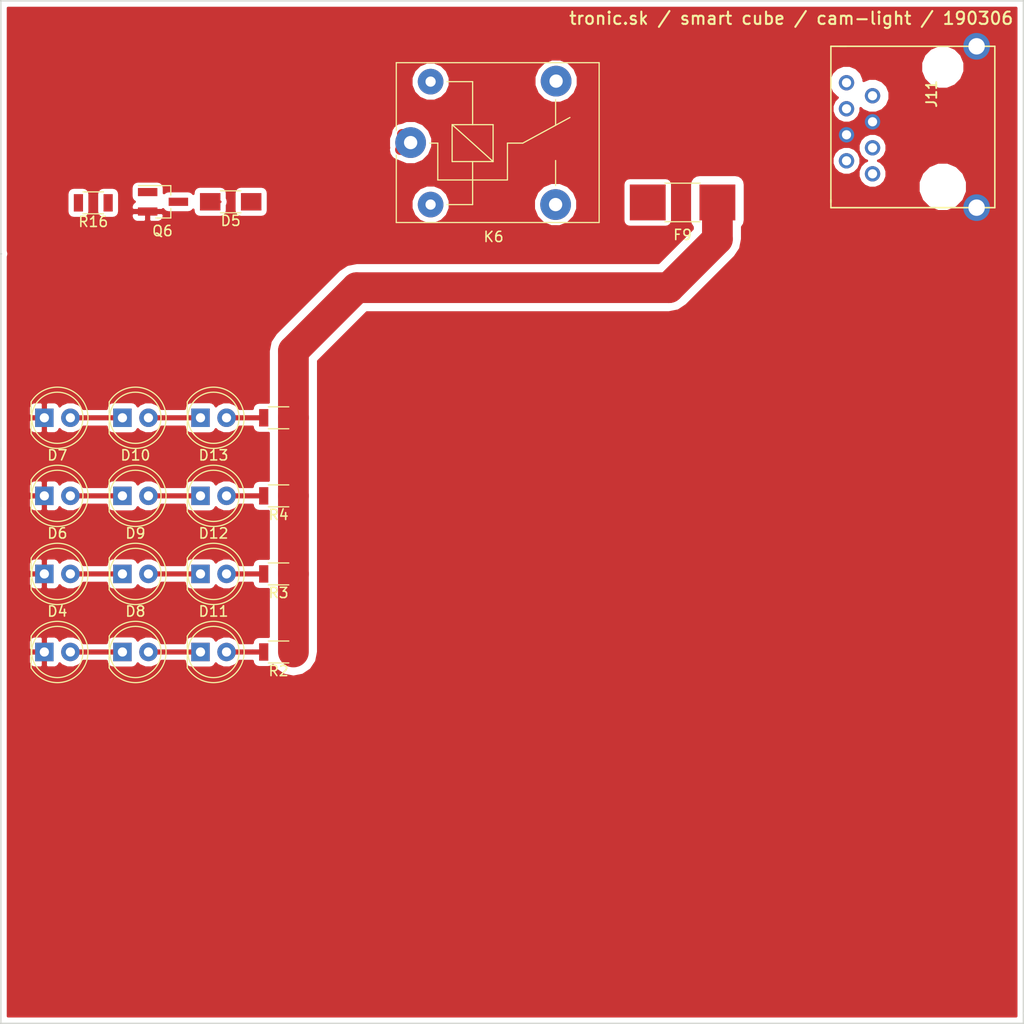
<source format=kicad_pcb>
(kicad_pcb (version 4) (host pcbnew 4.0.7)

  (general
    (links 32)
    (no_connects 8)
    (area 137.910499 53.201499 237.882501 153.173501)
    (thickness 1.6)
    (drawings 13)
    (tracks 46)
    (zones 0)
    (modules 22)
    (nets 19)
  )

  (page A3)
  (layers
    (0 F.Cu signal)
    (31 B.Cu signal)
    (32 B.Adhes user)
    (33 F.Adhes user)
    (34 B.Paste user)
    (35 F.Paste user)
    (36 B.SilkS user)
    (37 F.SilkS user)
    (38 B.Mask user)
    (39 F.Mask user)
    (40 Dwgs.User user)
    (41 Cmts.User user)
    (42 Eco1.User user)
    (43 Eco2.User user)
    (44 Edge.Cuts user)
    (45 Margin user)
    (46 B.CrtYd user)
    (47 F.CrtYd user)
    (48 B.Fab user)
    (49 F.Fab user)
  )

  (setup
    (last_trace_width 0.5)
    (trace_clearance 0.2)
    (zone_clearance 0.508)
    (zone_45_only yes)
    (trace_min 0.2)
    (segment_width 0.2)
    (edge_width 0.15)
    (via_size 0.6)
    (via_drill 0.4)
    (via_min_size 0.4)
    (via_min_drill 0.3)
    (uvia_size 0.3)
    (uvia_drill 0.1)
    (uvias_allowed no)
    (uvia_min_size 0.2)
    (uvia_min_drill 0.1)
    (pcb_text_width 0.3)
    (pcb_text_size 1.5 1.5)
    (mod_edge_width 0.15)
    (mod_text_size 1 1)
    (mod_text_width 0.15)
    (pad_size 1.7 1.7)
    (pad_drill 1)
    (pad_to_mask_clearance 0.2)
    (aux_axis_origin 0 0)
    (visible_elements 7FFFFFFF)
    (pcbplotparams
      (layerselection 0x010f0_80000001)
      (usegerberextensions true)
      (excludeedgelayer true)
      (linewidth 0.100000)
      (plotframeref false)
      (viasonmask false)
      (mode 1)
      (useauxorigin false)
      (hpglpennumber 1)
      (hpglpenspeed 20)
      (hpglpendiameter 15)
      (hpglpenoverlay 2)
      (psnegative false)
      (psa4output false)
      (plotreference true)
      (plotvalue true)
      (plotinvisibletext false)
      (padsonsilk false)
      (subtractmaskfromsilk false)
      (outputformat 1)
      (mirror false)
      (drillshape 0)
      (scaleselection 1)
      (outputdirectory gerber/))
  )

  (net 0 "")
  (net 1 "Net-(D2-Pad2)")
  (net 2 "Net-(D3-Pad2)")
  (net 3 "Net-(D4-Pad2)")
  (net 4 "Net-(D5-Pad2)")
  (net 5 "Net-(D1-Pad2)")
  (net 6 "Net-(D6-Pad2)")
  (net 7 "Net-(D10-Pad1)")
  (net 8 "Net-(D10-Pad2)")
  (net 9 "Net-(D11-Pad1)")
  (net 10 "Net-(D11-Pad2)")
  (net 11 "Net-(D12-Pad1)")
  (net 12 "Net-(D12-Pad2)")
  (net 13 "Net-(D13-Pad2)")
  (net 14 "Net-(Q6-Pad1)")
  (net 15 gnd)
  (net 16 12V)
  (net 17 r-out)
  (net 18 r-out1)

  (net_class Default "This is the default net class."
    (clearance 0.2)
    (trace_width 0.5)
    (via_dia 0.6)
    (via_drill 0.4)
    (uvia_dia 0.3)
    (uvia_drill 0.1)
    (add_net 12V)
    (add_net "Net-(D1-Pad2)")
    (add_net "Net-(D10-Pad1)")
    (add_net "Net-(D10-Pad2)")
    (add_net "Net-(D11-Pad1)")
    (add_net "Net-(D11-Pad2)")
    (add_net "Net-(D12-Pad1)")
    (add_net "Net-(D12-Pad2)")
    (add_net "Net-(D13-Pad2)")
    (add_net "Net-(D2-Pad2)")
    (add_net "Net-(D3-Pad2)")
    (add_net "Net-(D4-Pad2)")
    (add_net "Net-(D5-Pad2)")
    (add_net "Net-(D6-Pad2)")
    (add_net "Net-(Q6-Pad1)")
    (add_net gnd)
    (add_net r-out1)
  )

  (net_class mains ""
    (clearance 0.8)
    (trace_width 3)
    (via_dia 0.6)
    (via_drill 0.4)
    (uvia_dia 0.3)
    (uvia_drill 0.1)
    (add_net r-out)
  )

  (module Resistors_SMD:R_1206 (layer F.Cu) (tedit 5C7F0346) (tstamp 5C7F04C4)
    (at 165.1 93.98 180)
    (descr "Resistor SMD 1206, reflow soldering, Vishay (see dcrcw.pdf)")
    (tags "resistor 1206")
    (path /5C801043)
    (attr smd)
    (fp_text reference R1 (at 0 -1.85 180) (layer F.SilkS) hide
      (effects (font (size 1 1) (thickness 0.15)))
    )
    (fp_text value R (at 0 1.95 180) (layer F.Fab)
      (effects (font (size 1 1) (thickness 0.15)))
    )
    (fp_text user %R (at 0 0 180) (layer F.Fab)
      (effects (font (size 0.7 0.7) (thickness 0.105)))
    )
    (fp_line (start -1.6 0.8) (end -1.6 -0.8) (layer F.Fab) (width 0.1))
    (fp_line (start 1.6 0.8) (end -1.6 0.8) (layer F.Fab) (width 0.1))
    (fp_line (start 1.6 -0.8) (end 1.6 0.8) (layer F.Fab) (width 0.1))
    (fp_line (start -1.6 -0.8) (end 1.6 -0.8) (layer F.Fab) (width 0.1))
    (fp_line (start 1 1.07) (end -1 1.07) (layer F.SilkS) (width 0.12))
    (fp_line (start -1 -1.07) (end 1 -1.07) (layer F.SilkS) (width 0.12))
    (fp_line (start -2.15 -1.11) (end 2.15 -1.11) (layer F.CrtYd) (width 0.05))
    (fp_line (start -2.15 -1.11) (end -2.15 1.1) (layer F.CrtYd) (width 0.05))
    (fp_line (start 2.15 1.1) (end 2.15 -1.11) (layer F.CrtYd) (width 0.05))
    (fp_line (start 2.15 1.1) (end -2.15 1.1) (layer F.CrtYd) (width 0.05))
    (pad 1 smd rect (at -1.45 0 180) (size 0.9 1.7) (layers F.Cu F.Paste F.Mask)
      (net 17 r-out))
    (pad 2 smd rect (at 1.45 0 180) (size 0.9 1.7) (layers F.Cu F.Paste F.Mask)
      (net 2 "Net-(D3-Pad2)"))
    (model ${KISYS3DMOD}/Resistors_SMD.3dshapes/R_1206.wrl
      (at (xyz 0 0 0))
      (scale (xyz 1 1 1))
      (rotate (xyz 0 0 0))
    )
  )

  (module LEDs:LED_D5.0mm (layer F.Cu) (tedit 5C7F0343) (tstamp 5C7F04BF)
    (at 157.48 93.98)
    (descr "LED, diameter 5.0mm, 2 pins, http://cdn-reichelt.de/documents/datenblatt/A500/LL-504BC2E-009.pdf")
    (tags "LED diameter 5.0mm 2 pins")
    (path /5C800AA3)
    (fp_text reference D3 (at 1.27 -3.96) (layer F.SilkS) hide
      (effects (font (size 1 1) (thickness 0.15)))
    )
    (fp_text value LED (at 1.27 3.96) (layer F.Fab)
      (effects (font (size 1 1) (thickness 0.15)))
    )
    (fp_arc (start 1.27 0) (end -1.23 -1.469694) (angle 299.1) (layer F.Fab) (width 0.1))
    (fp_arc (start 1.27 0) (end -1.29 -1.54483) (angle 148.9) (layer F.SilkS) (width 0.12))
    (fp_arc (start 1.27 0) (end -1.29 1.54483) (angle -148.9) (layer F.SilkS) (width 0.12))
    (fp_circle (center 1.27 0) (end 3.77 0) (layer F.Fab) (width 0.1))
    (fp_circle (center 1.27 0) (end 3.77 0) (layer F.SilkS) (width 0.12))
    (fp_line (start -1.23 -1.469694) (end -1.23 1.469694) (layer F.Fab) (width 0.1))
    (fp_line (start -1.29 -1.545) (end -1.29 1.545) (layer F.SilkS) (width 0.12))
    (fp_line (start -1.95 -3.25) (end -1.95 3.25) (layer F.CrtYd) (width 0.05))
    (fp_line (start -1.95 3.25) (end 4.5 3.25) (layer F.CrtYd) (width 0.05))
    (fp_line (start 4.5 3.25) (end 4.5 -3.25) (layer F.CrtYd) (width 0.05))
    (fp_line (start 4.5 -3.25) (end -1.95 -3.25) (layer F.CrtYd) (width 0.05))
    (fp_text user %R (at 1.25 0) (layer F.Fab)
      (effects (font (size 0.8 0.8) (thickness 0.2)))
    )
    (pad 1 thru_hole rect (at 0 0) (size 1.8 1.8) (drill 0.9) (layers *.Cu *.Mask)
      (net 1 "Net-(D2-Pad2)"))
    (pad 2 thru_hole circle (at 2.54 0) (size 1.8 1.8) (drill 0.9) (layers *.Cu *.Mask)
      (net 2 "Net-(D3-Pad2)"))
    (model ${KISYS3DMOD}/LEDs.3dshapes/LED_D5.0mm.wrl
      (at (xyz 0 0 0))
      (scale (xyz 0.393701 0.393701 0.393701))
      (rotate (xyz 0 0 0))
    )
  )

  (module LEDs:LED_D5.0mm (layer F.Cu) (tedit 5C7F0341) (tstamp 5C7F04BA)
    (at 149.86 93.98)
    (descr "LED, diameter 5.0mm, 2 pins, http://cdn-reichelt.de/documents/datenblatt/A500/LL-504BC2E-009.pdf")
    (tags "LED diameter 5.0mm 2 pins")
    (path /5C800A3C)
    (fp_text reference D2 (at 1.27 -3.96) (layer F.SilkS) hide
      (effects (font (size 1 1) (thickness 0.15)))
    )
    (fp_text value LED (at 1.27 3.96) (layer F.Fab)
      (effects (font (size 1 1) (thickness 0.15)))
    )
    (fp_arc (start 1.27 0) (end -1.23 -1.469694) (angle 299.1) (layer F.Fab) (width 0.1))
    (fp_arc (start 1.27 0) (end -1.29 -1.54483) (angle 148.9) (layer F.SilkS) (width 0.12))
    (fp_arc (start 1.27 0) (end -1.29 1.54483) (angle -148.9) (layer F.SilkS) (width 0.12))
    (fp_circle (center 1.27 0) (end 3.77 0) (layer F.Fab) (width 0.1))
    (fp_circle (center 1.27 0) (end 3.77 0) (layer F.SilkS) (width 0.12))
    (fp_line (start -1.23 -1.469694) (end -1.23 1.469694) (layer F.Fab) (width 0.1))
    (fp_line (start -1.29 -1.545) (end -1.29 1.545) (layer F.SilkS) (width 0.12))
    (fp_line (start -1.95 -3.25) (end -1.95 3.25) (layer F.CrtYd) (width 0.05))
    (fp_line (start -1.95 3.25) (end 4.5 3.25) (layer F.CrtYd) (width 0.05))
    (fp_line (start 4.5 3.25) (end 4.5 -3.25) (layer F.CrtYd) (width 0.05))
    (fp_line (start 4.5 -3.25) (end -1.95 -3.25) (layer F.CrtYd) (width 0.05))
    (fp_text user %R (at 1.25 0) (layer F.Fab)
      (effects (font (size 0.8 0.8) (thickness 0.2)))
    )
    (pad 1 thru_hole rect (at 0 0) (size 1.8 1.8) (drill 0.9) (layers *.Cu *.Mask)
      (net 5 "Net-(D1-Pad2)"))
    (pad 2 thru_hole circle (at 2.54 0) (size 1.8 1.8) (drill 0.9) (layers *.Cu *.Mask)
      (net 1 "Net-(D2-Pad2)"))
    (model ${KISYS3DMOD}/LEDs.3dshapes/LED_D5.0mm.wrl
      (at (xyz 0 0 0))
      (scale (xyz 0.393701 0.393701 0.393701))
      (rotate (xyz 0 0 0))
    )
  )

  (module LEDs:LED_D5.0mm (layer F.Cu) (tedit 5C7F033E) (tstamp 5C7F04B5)
    (at 142.24 93.98)
    (descr "LED, diameter 5.0mm, 2 pins, http://cdn-reichelt.de/documents/datenblatt/A500/LL-504BC2E-009.pdf")
    (tags "LED diameter 5.0mm 2 pins")
    (path /5C8009EC)
    (fp_text reference D1 (at 1.27 -3.96) (layer F.SilkS) hide
      (effects (font (size 1 1) (thickness 0.15)))
    )
    (fp_text value LED (at 1.27 3.96) (layer F.Fab)
      (effects (font (size 1 1) (thickness 0.15)))
    )
    (fp_arc (start 1.27 0) (end -1.23 -1.469694) (angle 299.1) (layer F.Fab) (width 0.1))
    (fp_arc (start 1.27 0) (end -1.29 -1.54483) (angle 148.9) (layer F.SilkS) (width 0.12))
    (fp_arc (start 1.27 0) (end -1.29 1.54483) (angle -148.9) (layer F.SilkS) (width 0.12))
    (fp_circle (center 1.27 0) (end 3.77 0) (layer F.Fab) (width 0.1))
    (fp_circle (center 1.27 0) (end 3.77 0) (layer F.SilkS) (width 0.12))
    (fp_line (start -1.23 -1.469694) (end -1.23 1.469694) (layer F.Fab) (width 0.1))
    (fp_line (start -1.29 -1.545) (end -1.29 1.545) (layer F.SilkS) (width 0.12))
    (fp_line (start -1.95 -3.25) (end -1.95 3.25) (layer F.CrtYd) (width 0.05))
    (fp_line (start -1.95 3.25) (end 4.5 3.25) (layer F.CrtYd) (width 0.05))
    (fp_line (start 4.5 3.25) (end 4.5 -3.25) (layer F.CrtYd) (width 0.05))
    (fp_line (start 4.5 -3.25) (end -1.95 -3.25) (layer F.CrtYd) (width 0.05))
    (fp_text user %R (at 1.25 0) (layer F.Fab)
      (effects (font (size 0.8 0.8) (thickness 0.2)))
    )
    (pad 1 thru_hole rect (at 0 0) (size 1.8 1.8) (drill 0.9) (layers *.Cu *.Mask)
      (net 15 gnd))
    (pad 2 thru_hole circle (at 2.54 0) (size 1.8 1.8) (drill 0.9) (layers *.Cu *.Mask)
      (net 5 "Net-(D1-Pad2)"))
    (model ${KISYS3DMOD}/LEDs.3dshapes/LED_D5.0mm.wrl
      (at (xyz 0 0 0))
      (scale (xyz 0.393701 0.393701 0.393701))
      (rotate (xyz 0 0 0))
    )
  )

  (module Inductors_SMD:L_1812_HandSoldering (layer F.Cu) (tedit 5C4F63CD) (tstamp 5AB04215)
    (at 204.5335 72.9615 180)
    (descr "Resistor SMD 1812, hand soldering, Panasonic (see ERJ12)")
    (tags "resistor 1812")
    (path /5AB04708)
    (attr smd)
    (fp_text reference F9 (at 0 -3.17 180) (layer F.SilkS)
      (effects (font (size 1 1) (thickness 0.15)))
    )
    (fp_text value fuse1 (at 0 3.17 180) (layer F.Fab)
      (effects (font (size 1 1) (thickness 0.15)))
    )
    (fp_text user %R (at 0 0 180) (layer F.Fab)
      (effects (font (size 1 1) (thickness 0.15)))
    )
    (fp_line (start -2.25 1.6) (end -2.25 -1.6) (layer F.Fab) (width 0.1))
    (fp_line (start 2.25 1.6) (end -2.25 1.6) (layer F.Fab) (width 0.1))
    (fp_line (start 2.25 -1.6) (end 2.25 1.6) (layer F.Fab) (width 0.1))
    (fp_line (start -2.25 -1.6) (end 2.25 -1.6) (layer F.Fab) (width 0.1))
    (fp_line (start -5.44 -2.24) (end 5.44 -2.24) (layer F.CrtYd) (width 0.05))
    (fp_line (start 5.44 -2.24) (end 5.44 2.24) (layer F.CrtYd) (width 0.05))
    (fp_line (start 5.44 2.24) (end -5.44 2.24) (layer F.CrtYd) (width 0.05))
    (fp_line (start -5.44 2.24) (end -5.44 -2.24) (layer F.CrtYd) (width 0.05))
    (fp_line (start -1.73 1.88) (end 1.73 1.88) (layer F.SilkS) (width 0.12))
    (fp_line (start -1.73 -1.88) (end 1.73 -1.88) (layer F.SilkS) (width 0.12))
    (pad 1 smd rect (at -3.4 0 180) (size 3.5 3.5) (layers F.Cu F.Paste F.Mask)
      (net 17 r-out) (zone_connect 2))
    (pad 2 smd rect (at 3.4 0 180) (size 3.5 3.5) (layers F.Cu F.Paste F.Mask)
      (net 18 r-out1) (zone_connect 2))
    (model ${KISYS3DMOD}/Inductors_SMD.3dshapes/L_1812.wrl
      (at (xyz 0 0 0))
      (scale (xyz 1 1 1))
      (rotate (xyz 0 0 0))
    )
  )

  (module Relays_THT:Relay_SPDT_SANYOU_SRD_Series_Form_C (layer F.Cu) (tedit 5C4F2D09) (tstamp 5AB04248)
    (at 177.9905 67.1195)
    (descr "relay Sanyou SRD series Form C http://www.sanyourelay.ca/public/products/pdf/SRD.pdf")
    (tags "relay Sanyu SRD form C")
    (path /5AB046DE)
    (fp_text reference K6 (at 8.1 9.2) (layer F.SilkS)
      (effects (font (size 1 1) (thickness 0.15)))
    )
    (fp_text value relay (at 8 -9.6) (layer F.Fab)
      (effects (font (size 1 1) (thickness 0.15)))
    )
    (fp_line (start -1.4 1.2) (end -1.4 7.8) (layer F.SilkS) (width 0.12))
    (fp_line (start -1.4 -7.8) (end -1.4 -1.2) (layer F.SilkS) (width 0.12))
    (fp_line (start -1.4 -7.8) (end 18.4 -7.8) (layer F.SilkS) (width 0.12))
    (fp_line (start 18.4 -7.8) (end 18.4 7.8) (layer F.SilkS) (width 0.12))
    (fp_line (start 18.4 7.8) (end -1.4 7.8) (layer F.SilkS) (width 0.12))
    (fp_text user 1 (at 0 -2.3) (layer F.Fab)
      (effects (font (size 1 1) (thickness 0.15)))
    )
    (fp_line (start -1.3 -7.7) (end 18.3 -7.7) (layer F.Fab) (width 0.12))
    (fp_line (start 18.3 -7.7) (end 18.3 7.7) (layer F.Fab) (width 0.12))
    (fp_line (start 18.3 7.7) (end -1.3 7.7) (layer F.Fab) (width 0.12))
    (fp_line (start -1.3 7.7) (end -1.3 -7.7) (layer F.Fab) (width 0.12))
    (fp_text user %R (at 7.1 0.025) (layer F.Fab)
      (effects (font (size 1 1) (thickness 0.15)))
    )
    (fp_line (start 18.55 -7.95) (end -1.55 -7.95) (layer F.CrtYd) (width 0.05))
    (fp_line (start -1.55 7.95) (end -1.55 -7.95) (layer F.CrtYd) (width 0.05))
    (fp_line (start 18.55 -7.95) (end 18.55 7.95) (layer F.CrtYd) (width 0.05))
    (fp_line (start -1.55 7.95) (end 18.55 7.95) (layer F.CrtYd) (width 0.05))
    (fp_line (start 14.15 4.2) (end 14.15 1.75) (layer F.SilkS) (width 0.12))
    (fp_line (start 14.15 -4.2) (end 14.15 -1.7) (layer F.SilkS) (width 0.12))
    (fp_line (start 3.55 6.05) (end 6.05 6.05) (layer F.SilkS) (width 0.12))
    (fp_line (start 2.65 0.05) (end 1.85 0.05) (layer F.SilkS) (width 0.12))
    (fp_line (start 6.05 -5.95) (end 3.55 -5.95) (layer F.SilkS) (width 0.12))
    (fp_line (start 9.45 0.05) (end 10.95 0.05) (layer F.SilkS) (width 0.12))
    (fp_line (start 10.95 0.05) (end 15.55 -2.45) (layer F.SilkS) (width 0.12))
    (fp_line (start 9.45 3.65) (end 2.65 3.65) (layer F.SilkS) (width 0.12))
    (fp_line (start 9.45 0.05) (end 9.45 3.65) (layer F.SilkS) (width 0.12))
    (fp_line (start 2.65 0.05) (end 2.65 3.65) (layer F.SilkS) (width 0.12))
    (fp_line (start 6.05 -5.95) (end 6.05 -1.75) (layer F.SilkS) (width 0.12))
    (fp_line (start 6.05 1.85) (end 6.05 6.05) (layer F.SilkS) (width 0.12))
    (fp_line (start 8.05 1.85) (end 4.05 -1.75) (layer F.SilkS) (width 0.12))
    (fp_line (start 4.05 1.85) (end 4.05 -1.75) (layer F.SilkS) (width 0.12))
    (fp_line (start 4.05 -1.75) (end 8.05 -1.75) (layer F.SilkS) (width 0.12))
    (fp_line (start 8.05 -1.75) (end 8.05 1.85) (layer F.SilkS) (width 0.12))
    (fp_line (start 8.05 1.85) (end 4.05 1.85) (layer F.SilkS) (width 0.12))
    (pad 2 thru_hole circle (at 1.95 6.05 90) (size 2.5 2.5) (drill 1) (layers *.Cu *.Mask)
      (net 4 "Net-(D5-Pad2)"))
    (pad 3 thru_hole circle (at 14.15 6.05 90) (size 3 3) (drill 1.3) (layers *.Cu *.Mask)
      (zone_connect 2))
    (pad 4 thru_hole circle (at 14.2 -6 90) (size 3 3) (drill 1.3) (layers *.Cu *.Mask)
      (net 18 r-out1) (zone_connect 2))
    (pad 5 thru_hole circle (at 1.95 -5.95 90) (size 2.5 2.5) (drill 1) (layers *.Cu *.Mask)
      (net 16 12V))
    (pad 1 thru_hole circle (at 0 0 90) (size 3 3) (drill 1.3) (layers *.Cu *.Mask)
      (net 16 12V) (zone_connect 2))
    (model ${KISYS3DMOD}/Relays_THT.3dshapes/Relay_SPDT_SANYOU_SRD_Series_Form_C.wrl
      (at (xyz 0 0 0))
      (scale (xyz 1 1 1))
      (rotate (xyz 0 0 0))
    )
  )

  (module TO_SOT_Packages_SMD:SOT-23_Handsoldering (layer F.Cu) (tedit 5C4F66B5) (tstamp 5AB0424F)
    (at 153.8224 72.898)
    (descr "SOT-23, Handsoldering")
    (tags SOT-23)
    (path /5AB046EA)
    (attr smd)
    (fp_text reference Q6 (at -0.0508 2.8448) (layer F.SilkS)
      (effects (font (size 1 1) (thickness 0.15)))
    )
    (fp_text value T (at 0 2.5) (layer F.Fab)
      (effects (font (size 1 1) (thickness 0.15)))
    )
    (fp_text user %R (at 0 0 90) (layer F.Fab)
      (effects (font (size 0.5 0.5) (thickness 0.075)))
    )
    (fp_line (start 0.76 1.58) (end 0.76 0.65) (layer F.SilkS) (width 0.12))
    (fp_line (start 0.76 -1.58) (end 0.76 -0.65) (layer F.SilkS) (width 0.12))
    (fp_line (start -2.7 -1.75) (end 2.7 -1.75) (layer F.CrtYd) (width 0.05))
    (fp_line (start 2.7 -1.75) (end 2.7 1.75) (layer F.CrtYd) (width 0.05))
    (fp_line (start 2.7 1.75) (end -2.7 1.75) (layer F.CrtYd) (width 0.05))
    (fp_line (start -2.7 1.75) (end -2.7 -1.75) (layer F.CrtYd) (width 0.05))
    (fp_line (start 0.76 -1.58) (end -2.4 -1.58) (layer F.SilkS) (width 0.12))
    (fp_line (start -0.7 -0.95) (end -0.7 1.5) (layer F.Fab) (width 0.1))
    (fp_line (start -0.15 -1.52) (end 0.7 -1.52) (layer F.Fab) (width 0.1))
    (fp_line (start -0.7 -0.95) (end -0.15 -1.52) (layer F.Fab) (width 0.1))
    (fp_line (start 0.7 -1.52) (end 0.7 1.52) (layer F.Fab) (width 0.1))
    (fp_line (start -0.7 1.52) (end 0.7 1.52) (layer F.Fab) (width 0.1))
    (fp_line (start 0.76 1.58) (end -0.7 1.58) (layer F.SilkS) (width 0.12))
    (pad 1 smd rect (at -1.5 -0.95) (size 1.9 0.8) (layers F.Cu F.Paste F.Mask)
      (net 14 "Net-(Q6-Pad1)"))
    (pad 2 smd rect (at -1.5 0.95) (size 1.9 0.8) (layers F.Cu F.Paste F.Mask)
      (net 15 gnd))
    (pad 3 smd rect (at 1.5 0) (size 1.9 0.8) (layers F.Cu F.Paste F.Mask)
      (net 4 "Net-(D5-Pad2)"))
    (model ${KISYS3DMOD}/TO_SOT_Packages_SMD.3dshapes\SOT-23.wrl
      (at (xyz 0 0 0))
      (scale (xyz 1 1 1))
      (rotate (xyz 0 0 0))
    )
  )

  (module Resistors_SMD:R_1206_HandSoldering (layer F.Cu) (tedit 58E0A804) (tstamp 5AEA690C)
    (at 160.4264 72.898 180)
    (descr "Resistor SMD 1206, hand soldering")
    (tags "resistor 1206")
    (path /5AB046F6)
    (attr smd)
    (fp_text reference D5 (at 0 -1.85 180) (layer F.SilkS)
      (effects (font (size 1 1) (thickness 0.15)))
    )
    (fp_text value D (at 0 1.9 180) (layer F.Fab)
      (effects (font (size 1 1) (thickness 0.15)))
    )
    (fp_text user %R (at 0 0 180) (layer F.Fab)
      (effects (font (size 0.7 0.7) (thickness 0.105)))
    )
    (fp_line (start -1.6 0.8) (end -1.6 -0.8) (layer F.Fab) (width 0.1))
    (fp_line (start 1.6 0.8) (end -1.6 0.8) (layer F.Fab) (width 0.1))
    (fp_line (start 1.6 -0.8) (end 1.6 0.8) (layer F.Fab) (width 0.1))
    (fp_line (start -1.6 -0.8) (end 1.6 -0.8) (layer F.Fab) (width 0.1))
    (fp_line (start 1 1.07) (end -1 1.07) (layer F.SilkS) (width 0.12))
    (fp_line (start -1 -1.07) (end 1 -1.07) (layer F.SilkS) (width 0.12))
    (fp_line (start -3.25 -1.11) (end 3.25 -1.11) (layer F.CrtYd) (width 0.05))
    (fp_line (start -3.25 -1.11) (end -3.25 1.1) (layer F.CrtYd) (width 0.05))
    (fp_line (start 3.25 1.1) (end 3.25 -1.11) (layer F.CrtYd) (width 0.05))
    (fp_line (start 3.25 1.1) (end -3.25 1.1) (layer F.CrtYd) (width 0.05))
    (pad 1 smd rect (at -2 0 180) (size 2 1.7) (layers F.Cu F.Paste F.Mask)
      (net 16 12V))
    (pad 2 smd rect (at 2 0 180) (size 2 1.7) (layers F.Cu F.Paste F.Mask)
      (net 4 "Net-(D5-Pad2)"))
    (model ${KISYS3DMOD}/Resistors_SMD.3dshapes/R_1206.wrl
      (at (xyz 0 0 0))
      (scale (xyz 1 1 1))
      (rotate (xyz 0 0 0))
    )
  )

  (module psw-library:psw-rj45-190128 (layer F.Cu) (tedit 5C4F6290) (tstamp 5C4F55FB)
    (at 224.8535 65.0875 180)
    (descr "Tyco 406549 - 100 BASE-T, RJ45 Jack")
    (tags "rj45 tyco")
    (path /5AB04702)
    (fp_text reference J11 (at -4.572 1.27 270) (layer F.SilkS)
      (effects (font (size 1 1) (thickness 0.18)) (justify left bottom))
    )
    (fp_text value net (at -8.636 -1.27 270) (layer F.SilkS) hide
      (effects (font (size 1 1) (thickness 0.18)))
    )
    (fp_line (start 5.842 -8.382) (end -10.16 -8.382) (layer F.SilkS) (width 0.15))
    (fp_line (start -10.16 7.366) (end 4.953 7.366) (layer F.SilkS) (width 0.15))
    (fp_line (start 5.842 -8.382) (end 5.842 -7.62) (layer F.SilkS) (width 0.15))
    (fp_line (start 4.318 7.366) (end 5.842 7.366) (layer F.SilkS) (width 0.15))
    (fp_line (start 5.842 7.366) (end 5.842 -7.874) (layer F.SilkS) (width 0.15))
    (fp_line (start -10.16 -8.382) (end -10.16 7.366) (layer F.SilkS) (width 0.15))
    (pad 7 thru_hole circle (at 1.778 2.54 180) (size 1.5 1.5) (drill 0.9) (layers *.Cu *.Mask)
      (net 17 r-out) (zone_connect 2))
    (pad 5 thru_hole circle (at 1.778 0 180) (size 1.5 1.5) (drill 0.9) (layers *.Cu *.Mask)
      (net 15 gnd) (zone_connect 2))
    (pad 3 thru_hole circle (at 1.778 -2.54 180) (size 1.5 1.5) (drill 0.9) (layers *.Cu *.Mask))
    (pad 1 thru_hole circle (at 1.778 -5.08 180) (size 1.5 1.5) (drill 0.9) (layers *.Cu *.Mask))
    (pad 8 thru_hole circle (at 4.318 3.81 180) (size 1.5 1.5) (drill 0.9) (layers *.Cu *.Mask)
      (net 17 r-out) (zone_connect 2))
    (pad 6 thru_hole circle (at 4.318 1.27 180) (size 1.5 1.5) (drill 0.9) (layers *.Cu *.Mask))
    (pad 4 thru_hole circle (at 4.318 -1.27 180) (size 1.5 1.5) (drill 0.9) (layers *.Cu *.Mask)
      (net 15 gnd) (zone_connect 2))
    (pad 2 thru_hole circle (at 4.318 -3.81 180) (size 1.5 1.5) (drill 0.9) (layers *.Cu *.Mask))
    (pad 9 thru_hole circle (at -8.382 -8.382 180) (size 2.6 2.6) (drill 1.6) (layers *.Cu *.Mask)
      (net 15 gnd) (zone_connect 2))
    (pad 9 thru_hole circle (at -8.382 7.366 180) (size 2.6 2.6) (drill 1.6) (layers *.Cu *.Mask)
      (net 15 gnd) (zone_connect 2))
    (pad "" np_thru_hole circle (at -5.08 -6.35 180) (size 3.5 3.5) (drill 3.5) (layers *.Cu))
    (pad "" np_thru_hole circle (at -5.08 5.334 180) (size 3 3) (drill 3) (layers *.Cu))
  )

  (module Resistors_SMD:R_1206 (layer F.Cu) (tedit 58E0A804) (tstamp 5C7F030A)
    (at 147.0152 72.9996 180)
    (descr "Resistor SMD 1206, reflow soldering, Vishay (see dcrcw.pdf)")
    (tags "resistor 1206")
    (path /5AB046F0)
    (attr smd)
    (fp_text reference R16 (at 0 -1.85 180) (layer F.SilkS)
      (effects (font (size 1 1) (thickness 0.15)))
    )
    (fp_text value R (at 0 1.95 180) (layer F.Fab)
      (effects (font (size 1 1) (thickness 0.15)))
    )
    (fp_text user %R (at 0 0 180) (layer F.Fab)
      (effects (font (size 0.7 0.7) (thickness 0.105)))
    )
    (fp_line (start -1.6 0.8) (end -1.6 -0.8) (layer F.Fab) (width 0.1))
    (fp_line (start 1.6 0.8) (end -1.6 0.8) (layer F.Fab) (width 0.1))
    (fp_line (start 1.6 -0.8) (end 1.6 0.8) (layer F.Fab) (width 0.1))
    (fp_line (start -1.6 -0.8) (end 1.6 -0.8) (layer F.Fab) (width 0.1))
    (fp_line (start 1 1.07) (end -1 1.07) (layer F.SilkS) (width 0.12))
    (fp_line (start -1 -1.07) (end 1 -1.07) (layer F.SilkS) (width 0.12))
    (fp_line (start -2.15 -1.11) (end 2.15 -1.11) (layer F.CrtYd) (width 0.05))
    (fp_line (start -2.15 -1.11) (end -2.15 1.1) (layer F.CrtYd) (width 0.05))
    (fp_line (start 2.15 1.1) (end 2.15 -1.11) (layer F.CrtYd) (width 0.05))
    (fp_line (start 2.15 1.1) (end -2.15 1.1) (layer F.CrtYd) (width 0.05))
    (pad 1 smd rect (at -1.45 0 180) (size 0.9 1.7) (layers F.Cu F.Paste F.Mask)
      (net 14 "Net-(Q6-Pad1)"))
    (pad 2 smd rect (at 1.45 0 180) (size 0.9 1.7) (layers F.Cu F.Paste F.Mask))
    (model ${KISYS3DMOD}/Resistors_SMD.3dshapes/R_1206.wrl
      (at (xyz 0 0 0))
      (scale (xyz 1 1 1))
      (rotate (xyz 0 0 0))
    )
  )

  (module LEDs:LED_D5.0mm (layer F.Cu) (tedit 5995936A) (tstamp 5C7F08C6)
    (at 142.24 116.84)
    (descr "LED, diameter 5.0mm, 2 pins, http://cdn-reichelt.de/documents/datenblatt/A500/LL-504BC2E-009.pdf")
    (tags "LED diameter 5.0mm 2 pins")
    (path /5C802AC6)
    (fp_text reference D4 (at 1.27 -3.96) (layer F.SilkS)
      (effects (font (size 1 1) (thickness 0.15)))
    )
    (fp_text value LED (at 1.27 3.96) (layer F.Fab)
      (effects (font (size 1 1) (thickness 0.15)))
    )
    (fp_arc (start 1.27 0) (end -1.23 -1.469694) (angle 299.1) (layer F.Fab) (width 0.1))
    (fp_arc (start 1.27 0) (end -1.29 -1.54483) (angle 148.9) (layer F.SilkS) (width 0.12))
    (fp_arc (start 1.27 0) (end -1.29 1.54483) (angle -148.9) (layer F.SilkS) (width 0.12))
    (fp_circle (center 1.27 0) (end 3.77 0) (layer F.Fab) (width 0.1))
    (fp_circle (center 1.27 0) (end 3.77 0) (layer F.SilkS) (width 0.12))
    (fp_line (start -1.23 -1.469694) (end -1.23 1.469694) (layer F.Fab) (width 0.1))
    (fp_line (start -1.29 -1.545) (end -1.29 1.545) (layer F.SilkS) (width 0.12))
    (fp_line (start -1.95 -3.25) (end -1.95 3.25) (layer F.CrtYd) (width 0.05))
    (fp_line (start -1.95 3.25) (end 4.5 3.25) (layer F.CrtYd) (width 0.05))
    (fp_line (start 4.5 3.25) (end 4.5 -3.25) (layer F.CrtYd) (width 0.05))
    (fp_line (start 4.5 -3.25) (end -1.95 -3.25) (layer F.CrtYd) (width 0.05))
    (fp_text user %R (at 1.25 0) (layer F.Fab)
      (effects (font (size 0.8 0.8) (thickness 0.2)))
    )
    (pad 1 thru_hole rect (at 0 0) (size 1.8 1.8) (drill 0.9) (layers *.Cu *.Mask)
      (net 15 gnd))
    (pad 2 thru_hole circle (at 2.54 0) (size 1.8 1.8) (drill 0.9) (layers *.Cu *.Mask)
      (net 3 "Net-(D4-Pad2)"))
    (model ${KISYS3DMOD}/LEDs.3dshapes/LED_D5.0mm.wrl
      (at (xyz 0 0 0))
      (scale (xyz 0.393701 0.393701 0.393701))
      (rotate (xyz 0 0 0))
    )
  )

  (module LEDs:LED_D5.0mm (layer F.Cu) (tedit 5995936A) (tstamp 5C7F08CC)
    (at 142.24 109.22)
    (descr "LED, diameter 5.0mm, 2 pins, http://cdn-reichelt.de/documents/datenblatt/A500/LL-504BC2E-009.pdf")
    (tags "LED diameter 5.0mm 2 pins")
    (path /5C802E45)
    (fp_text reference D6 (at 1.27 -3.96) (layer F.SilkS)
      (effects (font (size 1 1) (thickness 0.15)))
    )
    (fp_text value LED (at 1.27 3.96) (layer F.Fab)
      (effects (font (size 1 1) (thickness 0.15)))
    )
    (fp_arc (start 1.27 0) (end -1.23 -1.469694) (angle 299.1) (layer F.Fab) (width 0.1))
    (fp_arc (start 1.27 0) (end -1.29 -1.54483) (angle 148.9) (layer F.SilkS) (width 0.12))
    (fp_arc (start 1.27 0) (end -1.29 1.54483) (angle -148.9) (layer F.SilkS) (width 0.12))
    (fp_circle (center 1.27 0) (end 3.77 0) (layer F.Fab) (width 0.1))
    (fp_circle (center 1.27 0) (end 3.77 0) (layer F.SilkS) (width 0.12))
    (fp_line (start -1.23 -1.469694) (end -1.23 1.469694) (layer F.Fab) (width 0.1))
    (fp_line (start -1.29 -1.545) (end -1.29 1.545) (layer F.SilkS) (width 0.12))
    (fp_line (start -1.95 -3.25) (end -1.95 3.25) (layer F.CrtYd) (width 0.05))
    (fp_line (start -1.95 3.25) (end 4.5 3.25) (layer F.CrtYd) (width 0.05))
    (fp_line (start 4.5 3.25) (end 4.5 -3.25) (layer F.CrtYd) (width 0.05))
    (fp_line (start 4.5 -3.25) (end -1.95 -3.25) (layer F.CrtYd) (width 0.05))
    (fp_text user %R (at 1.25 0) (layer F.Fab)
      (effects (font (size 0.8 0.8) (thickness 0.2)))
    )
    (pad 1 thru_hole rect (at 0 0) (size 1.8 1.8) (drill 0.9) (layers *.Cu *.Mask)
      (net 15 gnd))
    (pad 2 thru_hole circle (at 2.54 0) (size 1.8 1.8) (drill 0.9) (layers *.Cu *.Mask)
      (net 6 "Net-(D6-Pad2)"))
    (model ${KISYS3DMOD}/LEDs.3dshapes/LED_D5.0mm.wrl
      (at (xyz 0 0 0))
      (scale (xyz 0.393701 0.393701 0.393701))
      (rotate (xyz 0 0 0))
    )
  )

  (module LEDs:LED_D5.0mm (layer F.Cu) (tedit 5995936A) (tstamp 5C7F08D2)
    (at 142.24 101.6)
    (descr "LED, diameter 5.0mm, 2 pins, http://cdn-reichelt.de/documents/datenblatt/A500/LL-504BC2E-009.pdf")
    (tags "LED diameter 5.0mm 2 pins")
    (path /5C802E60)
    (fp_text reference D7 (at 1.27 -3.96) (layer F.SilkS)
      (effects (font (size 1 1) (thickness 0.15)))
    )
    (fp_text value LED (at 1.27 3.96) (layer F.Fab)
      (effects (font (size 1 1) (thickness 0.15)))
    )
    (fp_arc (start 1.27 0) (end -1.23 -1.469694) (angle 299.1) (layer F.Fab) (width 0.1))
    (fp_arc (start 1.27 0) (end -1.29 -1.54483) (angle 148.9) (layer F.SilkS) (width 0.12))
    (fp_arc (start 1.27 0) (end -1.29 1.54483) (angle -148.9) (layer F.SilkS) (width 0.12))
    (fp_circle (center 1.27 0) (end 3.77 0) (layer F.Fab) (width 0.1))
    (fp_circle (center 1.27 0) (end 3.77 0) (layer F.SilkS) (width 0.12))
    (fp_line (start -1.23 -1.469694) (end -1.23 1.469694) (layer F.Fab) (width 0.1))
    (fp_line (start -1.29 -1.545) (end -1.29 1.545) (layer F.SilkS) (width 0.12))
    (fp_line (start -1.95 -3.25) (end -1.95 3.25) (layer F.CrtYd) (width 0.05))
    (fp_line (start -1.95 3.25) (end 4.5 3.25) (layer F.CrtYd) (width 0.05))
    (fp_line (start 4.5 3.25) (end 4.5 -3.25) (layer F.CrtYd) (width 0.05))
    (fp_line (start 4.5 -3.25) (end -1.95 -3.25) (layer F.CrtYd) (width 0.05))
    (fp_text user %R (at 1.25 0) (layer F.Fab)
      (effects (font (size 0.8 0.8) (thickness 0.2)))
    )
    (pad 1 thru_hole rect (at 0 0) (size 1.8 1.8) (drill 0.9) (layers *.Cu *.Mask)
      (net 15 gnd))
    (pad 2 thru_hole circle (at 2.54 0) (size 1.8 1.8) (drill 0.9) (layers *.Cu *.Mask)
      (net 7 "Net-(D10-Pad1)"))
    (model ${KISYS3DMOD}/LEDs.3dshapes/LED_D5.0mm.wrl
      (at (xyz 0 0 0))
      (scale (xyz 0.393701 0.393701 0.393701))
      (rotate (xyz 0 0 0))
    )
  )

  (module LEDs:LED_D5.0mm (layer F.Cu) (tedit 5995936A) (tstamp 5C7F08D8)
    (at 149.86 116.84)
    (descr "LED, diameter 5.0mm, 2 pins, http://cdn-reichelt.de/documents/datenblatt/A500/LL-504BC2E-009.pdf")
    (tags "LED diameter 5.0mm 2 pins")
    (path /5C802ACC)
    (fp_text reference D8 (at 1.27 -3.96) (layer F.SilkS)
      (effects (font (size 1 1) (thickness 0.15)))
    )
    (fp_text value LED (at 1.27 3.96) (layer F.Fab)
      (effects (font (size 1 1) (thickness 0.15)))
    )
    (fp_arc (start 1.27 0) (end -1.23 -1.469694) (angle 299.1) (layer F.Fab) (width 0.1))
    (fp_arc (start 1.27 0) (end -1.29 -1.54483) (angle 148.9) (layer F.SilkS) (width 0.12))
    (fp_arc (start 1.27 0) (end -1.29 1.54483) (angle -148.9) (layer F.SilkS) (width 0.12))
    (fp_circle (center 1.27 0) (end 3.77 0) (layer F.Fab) (width 0.1))
    (fp_circle (center 1.27 0) (end 3.77 0) (layer F.SilkS) (width 0.12))
    (fp_line (start -1.23 -1.469694) (end -1.23 1.469694) (layer F.Fab) (width 0.1))
    (fp_line (start -1.29 -1.545) (end -1.29 1.545) (layer F.SilkS) (width 0.12))
    (fp_line (start -1.95 -3.25) (end -1.95 3.25) (layer F.CrtYd) (width 0.05))
    (fp_line (start -1.95 3.25) (end 4.5 3.25) (layer F.CrtYd) (width 0.05))
    (fp_line (start 4.5 3.25) (end 4.5 -3.25) (layer F.CrtYd) (width 0.05))
    (fp_line (start 4.5 -3.25) (end -1.95 -3.25) (layer F.CrtYd) (width 0.05))
    (fp_text user %R (at 1.25 0) (layer F.Fab)
      (effects (font (size 0.8 0.8) (thickness 0.2)))
    )
    (pad 1 thru_hole rect (at 0 0) (size 1.8 1.8) (drill 0.9) (layers *.Cu *.Mask)
      (net 3 "Net-(D4-Pad2)"))
    (pad 2 thru_hole circle (at 2.54 0) (size 1.8 1.8) (drill 0.9) (layers *.Cu *.Mask)
      (net 9 "Net-(D11-Pad1)"))
    (model ${KISYS3DMOD}/LEDs.3dshapes/LED_D5.0mm.wrl
      (at (xyz 0 0 0))
      (scale (xyz 0.393701 0.393701 0.393701))
      (rotate (xyz 0 0 0))
    )
  )

  (module LEDs:LED_D5.0mm (layer F.Cu) (tedit 5995936A) (tstamp 5C7F08DE)
    (at 149.86 109.22)
    (descr "LED, diameter 5.0mm, 2 pins, http://cdn-reichelt.de/documents/datenblatt/A500/LL-504BC2E-009.pdf")
    (tags "LED diameter 5.0mm 2 pins")
    (path /5C802E4B)
    (fp_text reference D9 (at 1.27 -3.96) (layer F.SilkS)
      (effects (font (size 1 1) (thickness 0.15)))
    )
    (fp_text value LED (at 1.27 3.96) (layer F.Fab)
      (effects (font (size 1 1) (thickness 0.15)))
    )
    (fp_arc (start 1.27 0) (end -1.23 -1.469694) (angle 299.1) (layer F.Fab) (width 0.1))
    (fp_arc (start 1.27 0) (end -1.29 -1.54483) (angle 148.9) (layer F.SilkS) (width 0.12))
    (fp_arc (start 1.27 0) (end -1.29 1.54483) (angle -148.9) (layer F.SilkS) (width 0.12))
    (fp_circle (center 1.27 0) (end 3.77 0) (layer F.Fab) (width 0.1))
    (fp_circle (center 1.27 0) (end 3.77 0) (layer F.SilkS) (width 0.12))
    (fp_line (start -1.23 -1.469694) (end -1.23 1.469694) (layer F.Fab) (width 0.1))
    (fp_line (start -1.29 -1.545) (end -1.29 1.545) (layer F.SilkS) (width 0.12))
    (fp_line (start -1.95 -3.25) (end -1.95 3.25) (layer F.CrtYd) (width 0.05))
    (fp_line (start -1.95 3.25) (end 4.5 3.25) (layer F.CrtYd) (width 0.05))
    (fp_line (start 4.5 3.25) (end 4.5 -3.25) (layer F.CrtYd) (width 0.05))
    (fp_line (start 4.5 -3.25) (end -1.95 -3.25) (layer F.CrtYd) (width 0.05))
    (fp_text user %R (at 1.25 0) (layer F.Fab)
      (effects (font (size 0.8 0.8) (thickness 0.2)))
    )
    (pad 1 thru_hole rect (at 0 0) (size 1.8 1.8) (drill 0.9) (layers *.Cu *.Mask)
      (net 6 "Net-(D6-Pad2)"))
    (pad 2 thru_hole circle (at 2.54 0) (size 1.8 1.8) (drill 0.9) (layers *.Cu *.Mask)
      (net 11 "Net-(D12-Pad1)"))
    (model ${KISYS3DMOD}/LEDs.3dshapes/LED_D5.0mm.wrl
      (at (xyz 0 0 0))
      (scale (xyz 0.393701 0.393701 0.393701))
      (rotate (xyz 0 0 0))
    )
  )

  (module LEDs:LED_D5.0mm (layer F.Cu) (tedit 5995936A) (tstamp 5C7F08E4)
    (at 149.86 101.6)
    (descr "LED, diameter 5.0mm, 2 pins, http://cdn-reichelt.de/documents/datenblatt/A500/LL-504BC2E-009.pdf")
    (tags "LED diameter 5.0mm 2 pins")
    (path /5C802E66)
    (fp_text reference D10 (at 1.27 -3.96) (layer F.SilkS)
      (effects (font (size 1 1) (thickness 0.15)))
    )
    (fp_text value LED (at 1.27 3.96) (layer F.Fab)
      (effects (font (size 1 1) (thickness 0.15)))
    )
    (fp_arc (start 1.27 0) (end -1.23 -1.469694) (angle 299.1) (layer F.Fab) (width 0.1))
    (fp_arc (start 1.27 0) (end -1.29 -1.54483) (angle 148.9) (layer F.SilkS) (width 0.12))
    (fp_arc (start 1.27 0) (end -1.29 1.54483) (angle -148.9) (layer F.SilkS) (width 0.12))
    (fp_circle (center 1.27 0) (end 3.77 0) (layer F.Fab) (width 0.1))
    (fp_circle (center 1.27 0) (end 3.77 0) (layer F.SilkS) (width 0.12))
    (fp_line (start -1.23 -1.469694) (end -1.23 1.469694) (layer F.Fab) (width 0.1))
    (fp_line (start -1.29 -1.545) (end -1.29 1.545) (layer F.SilkS) (width 0.12))
    (fp_line (start -1.95 -3.25) (end -1.95 3.25) (layer F.CrtYd) (width 0.05))
    (fp_line (start -1.95 3.25) (end 4.5 3.25) (layer F.CrtYd) (width 0.05))
    (fp_line (start 4.5 3.25) (end 4.5 -3.25) (layer F.CrtYd) (width 0.05))
    (fp_line (start 4.5 -3.25) (end -1.95 -3.25) (layer F.CrtYd) (width 0.05))
    (fp_text user %R (at 1.25 0) (layer F.Fab)
      (effects (font (size 0.8 0.8) (thickness 0.2)))
    )
    (pad 1 thru_hole rect (at 0 0) (size 1.8 1.8) (drill 0.9) (layers *.Cu *.Mask)
      (net 7 "Net-(D10-Pad1)"))
    (pad 2 thru_hole circle (at 2.54 0) (size 1.8 1.8) (drill 0.9) (layers *.Cu *.Mask)
      (net 8 "Net-(D10-Pad2)"))
    (model ${KISYS3DMOD}/LEDs.3dshapes/LED_D5.0mm.wrl
      (at (xyz 0 0 0))
      (scale (xyz 0.393701 0.393701 0.393701))
      (rotate (xyz 0 0 0))
    )
  )

  (module LEDs:LED_D5.0mm (layer F.Cu) (tedit 5995936A) (tstamp 5C7F08EA)
    (at 157.48 116.84)
    (descr "LED, diameter 5.0mm, 2 pins, http://cdn-reichelt.de/documents/datenblatt/A500/LL-504BC2E-009.pdf")
    (tags "LED diameter 5.0mm 2 pins")
    (path /5C802AD2)
    (fp_text reference D11 (at 1.27 -3.96) (layer F.SilkS)
      (effects (font (size 1 1) (thickness 0.15)))
    )
    (fp_text value LED (at 1.27 3.96) (layer F.Fab)
      (effects (font (size 1 1) (thickness 0.15)))
    )
    (fp_arc (start 1.27 0) (end -1.23 -1.469694) (angle 299.1) (layer F.Fab) (width 0.1))
    (fp_arc (start 1.27 0) (end -1.29 -1.54483) (angle 148.9) (layer F.SilkS) (width 0.12))
    (fp_arc (start 1.27 0) (end -1.29 1.54483) (angle -148.9) (layer F.SilkS) (width 0.12))
    (fp_circle (center 1.27 0) (end 3.77 0) (layer F.Fab) (width 0.1))
    (fp_circle (center 1.27 0) (end 3.77 0) (layer F.SilkS) (width 0.12))
    (fp_line (start -1.23 -1.469694) (end -1.23 1.469694) (layer F.Fab) (width 0.1))
    (fp_line (start -1.29 -1.545) (end -1.29 1.545) (layer F.SilkS) (width 0.12))
    (fp_line (start -1.95 -3.25) (end -1.95 3.25) (layer F.CrtYd) (width 0.05))
    (fp_line (start -1.95 3.25) (end 4.5 3.25) (layer F.CrtYd) (width 0.05))
    (fp_line (start 4.5 3.25) (end 4.5 -3.25) (layer F.CrtYd) (width 0.05))
    (fp_line (start 4.5 -3.25) (end -1.95 -3.25) (layer F.CrtYd) (width 0.05))
    (fp_text user %R (at 1.25 0) (layer F.Fab)
      (effects (font (size 0.8 0.8) (thickness 0.2)))
    )
    (pad 1 thru_hole rect (at 0 0) (size 1.8 1.8) (drill 0.9) (layers *.Cu *.Mask)
      (net 9 "Net-(D11-Pad1)"))
    (pad 2 thru_hole circle (at 2.54 0) (size 1.8 1.8) (drill 0.9) (layers *.Cu *.Mask)
      (net 10 "Net-(D11-Pad2)"))
    (model ${KISYS3DMOD}/LEDs.3dshapes/LED_D5.0mm.wrl
      (at (xyz 0 0 0))
      (scale (xyz 0.393701 0.393701 0.393701))
      (rotate (xyz 0 0 0))
    )
  )

  (module LEDs:LED_D5.0mm (layer F.Cu) (tedit 5995936A) (tstamp 5C7F08F0)
    (at 157.48 109.22)
    (descr "LED, diameter 5.0mm, 2 pins, http://cdn-reichelt.de/documents/datenblatt/A500/LL-504BC2E-009.pdf")
    (tags "LED diameter 5.0mm 2 pins")
    (path /5C802E51)
    (fp_text reference D12 (at 1.27 -3.96) (layer F.SilkS)
      (effects (font (size 1 1) (thickness 0.15)))
    )
    (fp_text value LED (at 1.27 3.96) (layer F.Fab)
      (effects (font (size 1 1) (thickness 0.15)))
    )
    (fp_arc (start 1.27 0) (end -1.23 -1.469694) (angle 299.1) (layer F.Fab) (width 0.1))
    (fp_arc (start 1.27 0) (end -1.29 -1.54483) (angle 148.9) (layer F.SilkS) (width 0.12))
    (fp_arc (start 1.27 0) (end -1.29 1.54483) (angle -148.9) (layer F.SilkS) (width 0.12))
    (fp_circle (center 1.27 0) (end 3.77 0) (layer F.Fab) (width 0.1))
    (fp_circle (center 1.27 0) (end 3.77 0) (layer F.SilkS) (width 0.12))
    (fp_line (start -1.23 -1.469694) (end -1.23 1.469694) (layer F.Fab) (width 0.1))
    (fp_line (start -1.29 -1.545) (end -1.29 1.545) (layer F.SilkS) (width 0.12))
    (fp_line (start -1.95 -3.25) (end -1.95 3.25) (layer F.CrtYd) (width 0.05))
    (fp_line (start -1.95 3.25) (end 4.5 3.25) (layer F.CrtYd) (width 0.05))
    (fp_line (start 4.5 3.25) (end 4.5 -3.25) (layer F.CrtYd) (width 0.05))
    (fp_line (start 4.5 -3.25) (end -1.95 -3.25) (layer F.CrtYd) (width 0.05))
    (fp_text user %R (at 1.25 0) (layer F.Fab)
      (effects (font (size 0.8 0.8) (thickness 0.2)))
    )
    (pad 1 thru_hole rect (at 0 0) (size 1.8 1.8) (drill 0.9) (layers *.Cu *.Mask)
      (net 11 "Net-(D12-Pad1)"))
    (pad 2 thru_hole circle (at 2.54 0) (size 1.8 1.8) (drill 0.9) (layers *.Cu *.Mask)
      (net 12 "Net-(D12-Pad2)"))
    (model ${KISYS3DMOD}/LEDs.3dshapes/LED_D5.0mm.wrl
      (at (xyz 0 0 0))
      (scale (xyz 0.393701 0.393701 0.393701))
      (rotate (xyz 0 0 0))
    )
  )

  (module LEDs:LED_D5.0mm (layer F.Cu) (tedit 5995936A) (tstamp 5C7F08F6)
    (at 157.48 101.6)
    (descr "LED, diameter 5.0mm, 2 pins, http://cdn-reichelt.de/documents/datenblatt/A500/LL-504BC2E-009.pdf")
    (tags "LED diameter 5.0mm 2 pins")
    (path /5C802E6C)
    (fp_text reference D13 (at 1.27 -3.96) (layer F.SilkS)
      (effects (font (size 1 1) (thickness 0.15)))
    )
    (fp_text value LED (at 1.27 3.96) (layer F.Fab)
      (effects (font (size 1 1) (thickness 0.15)))
    )
    (fp_arc (start 1.27 0) (end -1.23 -1.469694) (angle 299.1) (layer F.Fab) (width 0.1))
    (fp_arc (start 1.27 0) (end -1.29 -1.54483) (angle 148.9) (layer F.SilkS) (width 0.12))
    (fp_arc (start 1.27 0) (end -1.29 1.54483) (angle -148.9) (layer F.SilkS) (width 0.12))
    (fp_circle (center 1.27 0) (end 3.77 0) (layer F.Fab) (width 0.1))
    (fp_circle (center 1.27 0) (end 3.77 0) (layer F.SilkS) (width 0.12))
    (fp_line (start -1.23 -1.469694) (end -1.23 1.469694) (layer F.Fab) (width 0.1))
    (fp_line (start -1.29 -1.545) (end -1.29 1.545) (layer F.SilkS) (width 0.12))
    (fp_line (start -1.95 -3.25) (end -1.95 3.25) (layer F.CrtYd) (width 0.05))
    (fp_line (start -1.95 3.25) (end 4.5 3.25) (layer F.CrtYd) (width 0.05))
    (fp_line (start 4.5 3.25) (end 4.5 -3.25) (layer F.CrtYd) (width 0.05))
    (fp_line (start 4.5 -3.25) (end -1.95 -3.25) (layer F.CrtYd) (width 0.05))
    (fp_text user %R (at 1.25 0) (layer F.Fab)
      (effects (font (size 0.8 0.8) (thickness 0.2)))
    )
    (pad 1 thru_hole rect (at 0 0) (size 1.8 1.8) (drill 0.9) (layers *.Cu *.Mask)
      (net 8 "Net-(D10-Pad2)"))
    (pad 2 thru_hole circle (at 2.54 0) (size 1.8 1.8) (drill 0.9) (layers *.Cu *.Mask)
      (net 13 "Net-(D13-Pad2)"))
    (model ${KISYS3DMOD}/LEDs.3dshapes/LED_D5.0mm.wrl
      (at (xyz 0 0 0))
      (scale (xyz 0.393701 0.393701 0.393701))
      (rotate (xyz 0 0 0))
    )
  )

  (module Resistors_SMD:R_1206 (layer F.Cu) (tedit 58E0A804) (tstamp 5C7F08FC)
    (at 165.1 116.84 180)
    (descr "Resistor SMD 1206, reflow soldering, Vishay (see dcrcw.pdf)")
    (tags "resistor 1206")
    (path /5C802AD9)
    (attr smd)
    (fp_text reference R2 (at 0 -1.85 180) (layer F.SilkS)
      (effects (font (size 1 1) (thickness 0.15)))
    )
    (fp_text value R (at 0 1.95 180) (layer F.Fab)
      (effects (font (size 1 1) (thickness 0.15)))
    )
    (fp_text user %R (at 0 0 180) (layer F.Fab)
      (effects (font (size 0.7 0.7) (thickness 0.105)))
    )
    (fp_line (start -1.6 0.8) (end -1.6 -0.8) (layer F.Fab) (width 0.1))
    (fp_line (start 1.6 0.8) (end -1.6 0.8) (layer F.Fab) (width 0.1))
    (fp_line (start 1.6 -0.8) (end 1.6 0.8) (layer F.Fab) (width 0.1))
    (fp_line (start -1.6 -0.8) (end 1.6 -0.8) (layer F.Fab) (width 0.1))
    (fp_line (start 1 1.07) (end -1 1.07) (layer F.SilkS) (width 0.12))
    (fp_line (start -1 -1.07) (end 1 -1.07) (layer F.SilkS) (width 0.12))
    (fp_line (start -2.15 -1.11) (end 2.15 -1.11) (layer F.CrtYd) (width 0.05))
    (fp_line (start -2.15 -1.11) (end -2.15 1.1) (layer F.CrtYd) (width 0.05))
    (fp_line (start 2.15 1.1) (end 2.15 -1.11) (layer F.CrtYd) (width 0.05))
    (fp_line (start 2.15 1.1) (end -2.15 1.1) (layer F.CrtYd) (width 0.05))
    (pad 1 smd rect (at -1.45 0 180) (size 0.9 1.7) (layers F.Cu F.Paste F.Mask)
      (net 17 r-out))
    (pad 2 smd rect (at 1.45 0 180) (size 0.9 1.7) (layers F.Cu F.Paste F.Mask)
      (net 10 "Net-(D11-Pad2)"))
    (model ${KISYS3DMOD}/Resistors_SMD.3dshapes/R_1206.wrl
      (at (xyz 0 0 0))
      (scale (xyz 1 1 1))
      (rotate (xyz 0 0 0))
    )
  )

  (module Resistors_SMD:R_1206 (layer F.Cu) (tedit 58E0A804) (tstamp 5C7F0902)
    (at 165.1 109.22 180)
    (descr "Resistor SMD 1206, reflow soldering, Vishay (see dcrcw.pdf)")
    (tags "resistor 1206")
    (path /5C802E58)
    (attr smd)
    (fp_text reference R3 (at 0 -1.85 180) (layer F.SilkS)
      (effects (font (size 1 1) (thickness 0.15)))
    )
    (fp_text value R (at 0 1.95 180) (layer F.Fab)
      (effects (font (size 1 1) (thickness 0.15)))
    )
    (fp_text user %R (at 0 0 180) (layer F.Fab)
      (effects (font (size 0.7 0.7) (thickness 0.105)))
    )
    (fp_line (start -1.6 0.8) (end -1.6 -0.8) (layer F.Fab) (width 0.1))
    (fp_line (start 1.6 0.8) (end -1.6 0.8) (layer F.Fab) (width 0.1))
    (fp_line (start 1.6 -0.8) (end 1.6 0.8) (layer F.Fab) (width 0.1))
    (fp_line (start -1.6 -0.8) (end 1.6 -0.8) (layer F.Fab) (width 0.1))
    (fp_line (start 1 1.07) (end -1 1.07) (layer F.SilkS) (width 0.12))
    (fp_line (start -1 -1.07) (end 1 -1.07) (layer F.SilkS) (width 0.12))
    (fp_line (start -2.15 -1.11) (end 2.15 -1.11) (layer F.CrtYd) (width 0.05))
    (fp_line (start -2.15 -1.11) (end -2.15 1.1) (layer F.CrtYd) (width 0.05))
    (fp_line (start 2.15 1.1) (end 2.15 -1.11) (layer F.CrtYd) (width 0.05))
    (fp_line (start 2.15 1.1) (end -2.15 1.1) (layer F.CrtYd) (width 0.05))
    (pad 1 smd rect (at -1.45 0 180) (size 0.9 1.7) (layers F.Cu F.Paste F.Mask)
      (net 17 r-out))
    (pad 2 smd rect (at 1.45 0 180) (size 0.9 1.7) (layers F.Cu F.Paste F.Mask)
      (net 12 "Net-(D12-Pad2)"))
    (model ${KISYS3DMOD}/Resistors_SMD.3dshapes/R_1206.wrl
      (at (xyz 0 0 0))
      (scale (xyz 1 1 1))
      (rotate (xyz 0 0 0))
    )
  )

  (module Resistors_SMD:R_1206 (layer F.Cu) (tedit 58E0A804) (tstamp 5C7F0908)
    (at 165.1 101.6 180)
    (descr "Resistor SMD 1206, reflow soldering, Vishay (see dcrcw.pdf)")
    (tags "resistor 1206")
    (path /5C802E73)
    (attr smd)
    (fp_text reference R4 (at 0 -1.85 180) (layer F.SilkS)
      (effects (font (size 1 1) (thickness 0.15)))
    )
    (fp_text value R (at 0 1.95 180) (layer F.Fab)
      (effects (font (size 1 1) (thickness 0.15)))
    )
    (fp_text user %R (at 0 0 180) (layer F.Fab)
      (effects (font (size 0.7 0.7) (thickness 0.105)))
    )
    (fp_line (start -1.6 0.8) (end -1.6 -0.8) (layer F.Fab) (width 0.1))
    (fp_line (start 1.6 0.8) (end -1.6 0.8) (layer F.Fab) (width 0.1))
    (fp_line (start 1.6 -0.8) (end 1.6 0.8) (layer F.Fab) (width 0.1))
    (fp_line (start -1.6 -0.8) (end 1.6 -0.8) (layer F.Fab) (width 0.1))
    (fp_line (start 1 1.07) (end -1 1.07) (layer F.SilkS) (width 0.12))
    (fp_line (start -1 -1.07) (end 1 -1.07) (layer F.SilkS) (width 0.12))
    (fp_line (start -2.15 -1.11) (end 2.15 -1.11) (layer F.CrtYd) (width 0.05))
    (fp_line (start -2.15 -1.11) (end -2.15 1.1) (layer F.CrtYd) (width 0.05))
    (fp_line (start 2.15 1.1) (end 2.15 -1.11) (layer F.CrtYd) (width 0.05))
    (fp_line (start 2.15 1.1) (end -2.15 1.1) (layer F.CrtYd) (width 0.05))
    (pad 1 smd rect (at -1.45 0 180) (size 0.9 1.7) (layers F.Cu F.Paste F.Mask)
      (net 17 r-out))
    (pad 2 smd rect (at 1.45 0 180) (size 0.9 1.7) (layers F.Cu F.Paste F.Mask)
      (net 13 "Net-(D13-Pad2)"))
    (model ${KISYS3DMOD}/Resistors_SMD.3dshapes/R_1206.wrl
      (at (xyz 0 0 0))
      (scale (xyz 1 1 1))
      (rotate (xyz 0 0 0))
    )
  )

  (gr_line (start 237.8075 152.0825) (end 237.8075 153.0985) (angle 90) (layer Edge.Cuts) (width 0.15))
  (gr_line (start 137.9855 121.6025) (end 137.9855 153.0985) (angle 90) (layer Edge.Cuts) (width 0.15))
  (gr_line (start 137.9855 96.901) (end 137.9855 121.6025) (angle 90) (layer Edge.Cuts) (width 0.15) (tstamp 5C7F04CB))
  (gr_line (start 137.9855 96.901) (end 137.9855 121.6025) (angle 90) (layer Edge.Cuts) (width 0.15) (tstamp 5C7F04CA))
  (gr_text "tronic.sk / smart cube / cam-light / 190306" (at 215.138 54.991) (layer F.SilkS)
    (effects (font (size 1.2 1.2) (thickness 0.2)))
  )
  (gr_line (start 237.8075 153.0985) (end 137.9855 153.0985) (angle 90) (layer Edge.Cuts) (width 0.15))
  (gr_line (start 137.9855 53.2765) (end 137.9855 77.978) (angle 90) (layer Edge.Cuts) (width 0.15) (tstamp 5AB2F8AB))
  (gr_line (start 137.9855 77.978) (end 138.049 77.978) (angle 90) (layer Edge.Cuts) (width 0.15) (tstamp 5AB30850))
  (gr_line (start 137.9855 77.978) (end 137.9855 102.6795) (angle 90) (layer Edge.Cuts) (width 0.15) (tstamp 5AB3084E))
  (gr_line (start 137.9855 53.2765) (end 138.049 53.2765) (angle 90) (layer Edge.Cuts) (width 0.15))
  (gr_line (start 237.8075 53.2765) (end 137.9855 53.2765) (angle 90) (layer Edge.Cuts) (width 0.15) (tstamp 5AB2F8AD))
  (gr_line (start 237.8075 152.0825) (end 237.8075 53.2765) (angle 90) (layer Edge.Cuts) (width 0.15))
  (gr_line (start 137.9855 77.978) (end 137.9855 102.6795) (angle 90) (layer Edge.Cuts) (width 0.15) (tstamp 5AB2F8B7))

  (segment (start 192.1405 73.1695) (end 192.5495 73.1695) (width 1) (layer F.Cu) (net 0))
  (segment (start 192.3485 72.9615) (end 192.1405 73.1695) (width 1) (layer F.Cu) (net 0) (tstamp 5AB2FF3D))
  (segment (start 192.3485 72.9615) (end 192.1405 73.1695) (width 1) (layer F.Cu) (net 0) (tstamp 5AB04840))
  (segment (start 152.4 93.98) (end 157.48 93.98) (width 0.5) (layer F.Cu) (net 1))
  (segment (start 160.02 93.98) (end 163.65 93.98) (width 0.5) (layer F.Cu) (net 2))
  (segment (start 144.78 116.84) (end 149.86 116.84) (width 0.5) (layer F.Cu) (net 3) (status C00000))
  (segment (start 179.9405 73.1695) (end 179.9405 73.1589) (width 0.25) (layer F.Cu) (net 4))
  (segment (start 159.4104 72.898) (end 158.4264 72.898) (width 0.25) (layer F.Cu) (net 4) (tstamp 5C4F5DF1))
  (segment (start 144.78 93.98) (end 149.86 93.98) (width 0.5) (layer F.Cu) (net 5))
  (segment (start 144.78 109.22) (end 149.86 109.22) (width 0.5) (layer F.Cu) (net 6) (status C00000))
  (segment (start 144.78 101.6) (end 149.86 101.6) (width 0.5) (layer F.Cu) (net 7) (status C00000))
  (segment (start 152.4 101.6) (end 157.48 101.6) (width 0.5) (layer F.Cu) (net 8) (status C00000))
  (segment (start 152.4 116.84) (end 157.48 116.84) (width 0.5) (layer F.Cu) (net 9) (status C00000))
  (segment (start 160.02 116.84) (end 162.56 116.84) (width 0.5) (layer F.Cu) (net 10) (status 400000))
  (segment (start 162.56 116.84) (end 163.65 116.84) (width 0.5) (layer F.Cu) (net 10) (tstamp 5C7F09B8) (status 800000))
  (segment (start 152.4 109.22) (end 157.48 109.22) (width 0.5) (layer F.Cu) (net 11) (status C00000))
  (segment (start 160.02 109.22) (end 163.65 109.22) (width 0.5) (layer F.Cu) (net 12) (status C00000))
  (segment (start 160.02 101.6) (end 163.65 101.6) (width 0.5) (layer F.Cu) (net 13) (status C00000))
  (segment (start 223.0755 65.0875) (end 225.806 65.0875) (width 0.5) (layer F.Cu) (net 15))
  (segment (start 225.806 65.0875) (end 225.8822 65.0113) (width 0.5) (layer F.Cu) (net 15) (tstamp 5C7F0836))
  (segment (start 162.4264 72.898) (end 162.941 72.898) (width 0.5) (layer F.Cu) (net 16))
  (segment (start 180.5495 61.1695) (end 179.9405 61.1695) (width 0.5) (layer F.Cu) (net 16) (tstamp 5C78F95E))
  (segment (start 162.4264 72.898) (end 163.1188 72.898) (width 0.25) (layer F.Cu) (net 16))
  (segment (start 179.9215 61.1505) (end 179.9405 61.1695) (width 0.25) (layer F.Cu) (net 16) (tstamp 5AB2FF06))
  (segment (start 179.9405 61.1695) (end 180.486 61.1695) (width 0.25) (layer F.Cu) (net 16))
  (segment (start 177.9905 67.1195) (end 177.673 67.1195) (width 1) (layer F.Cu) (net 16))
  (segment (start 177.673 67.1195) (end 176.9745 67.818) (width 1) (layer F.Cu) (net 16) (tstamp 5AB047EB))
  (segment (start 177.165 66.294) (end 177.9905 67.1195) (width 1) (layer F.Cu) (net 16) (tstamp 5AB047E8))
  (segment (start 166.55 93.98) (end 166.55 87.45) (width 3) (layer F.Cu) (net 17) (status 400000))
  (segment (start 207.9335 76.5465) (end 207.9335 72.9615) (width 3) (layer F.Cu) (net 17) (tstamp 5C7F09CA) (status 800000))
  (segment (start 203.2 81.28) (end 207.9335 76.5465) (width 3) (layer F.Cu) (net 17) (tstamp 5C7F09C9))
  (segment (start 172.72 81.28) (end 203.2 81.28) (width 3) (layer F.Cu) (net 17) (tstamp 5C7F09C8))
  (segment (start 166.55 87.45) (end 172.72 81.28) (width 3) (layer F.Cu) (net 17) (tstamp 5C7F09C7))
  (segment (start 166.55 101.6) (end 166.55 93.98) (width 3) (layer F.Cu) (net 17) (status C00000))
  (segment (start 166.55 109.22) (end 166.55 101.6) (width 3) (layer F.Cu) (net 17) (status C00000))
  (segment (start 166.55 116.84) (end 166.55 109.22) (width 3) (layer F.Cu) (net 17) (status C00000))
  (segment (start 207.9335 72.9615) (end 207.9335 72.2975) (width 1) (layer F.Cu) (net 17))
  (segment (start 207.9335 72.9615) (end 207.9335 72.419) (width 1) (layer F.Cu) (net 17))
  (segment (start 220.4085 61.4045) (end 220.5355 61.2775) (width 1) (layer F.Cu) (net 17) (tstamp 5AB2FEBC))
  (segment (start 192.1905 61.1195) (end 192.309 61.1195) (width 1) (layer F.Cu) (net 18))
  (segment (start 192.1905 61.1195) (end 192.1905 61.8885) (width 1) (layer F.Cu) (net 18))
  (segment (start 192.4755 61.4045) (end 192.1905 61.1195) (width 1) (layer F.Cu) (net 18) (tstamp 5AB2FF35))
  (segment (start 192.4755 61.4045) (end 192.1905 61.1195) (width 1) (layer F.Cu) (net 18) (tstamp 5AB0483D))
  (segment (start 199.9905 74.1045) (end 201.1335 72.9615) (width 1) (layer F.Cu) (net 18) (tstamp 5AB2FF4A))
  (segment (start 201.1335 72.9615) (end 200.0885 72.9615) (width 1) (layer F.Cu) (net 18))
  (segment (start 200.9255 73.1695) (end 201.1335 72.9615) (width 1) (layer F.Cu) (net 18) (tstamp 5AB2FF40))

  (zone (net 15) (net_name gnd) (layer F.Cu) (tstamp 5C7F082C) (hatch edge 0.508)
    (connect_pads (clearance 0.508))
    (min_thickness 0.254)
    (fill yes (arc_segments 16) (thermal_gap 0.508) (thermal_bridge_width 0.508))
    (polygon
      (pts
        (xy 237.617 152.908) (xy 138.176 152.908) (xy 138.176 53.467) (xy 237.617 53.467)
      )
    )
    (filled_polygon
      (pts
        (xy 237.0975 152.3885) (xy 138.6955 152.3885) (xy 138.6955 117.12575) (xy 140.705 117.12575) (xy 140.705 117.86631)
        (xy 140.801673 118.099699) (xy 140.980302 118.278327) (xy 141.213691 118.375) (xy 141.95425 118.375) (xy 142.113 118.21625)
        (xy 142.113 116.967) (xy 140.86375 116.967) (xy 140.705 117.12575) (xy 138.6955 117.12575) (xy 138.6955 115.81369)
        (xy 140.705 115.81369) (xy 140.705 116.55425) (xy 140.86375 116.713) (xy 142.113 116.713) (xy 142.113 115.46375)
        (xy 141.95425 115.305) (xy 141.213691 115.305) (xy 140.980302 115.401673) (xy 140.801673 115.580301) (xy 140.705 115.81369)
        (xy 138.6955 115.81369) (xy 138.6955 109.50575) (xy 140.705 109.50575) (xy 140.705 110.24631) (xy 140.801673 110.479699)
        (xy 140.980302 110.658327) (xy 141.213691 110.755) (xy 141.95425 110.755) (xy 142.113 110.59625) (xy 142.113 109.347)
        (xy 140.86375 109.347) (xy 140.705 109.50575) (xy 138.6955 109.50575) (xy 138.6955 108.19369) (xy 140.705 108.19369)
        (xy 140.705 108.93425) (xy 140.86375 109.093) (xy 142.113 109.093) (xy 142.113 107.84375) (xy 141.95425 107.685)
        (xy 141.213691 107.685) (xy 140.980302 107.781673) (xy 140.801673 107.960301) (xy 140.705 108.19369) (xy 138.6955 108.19369)
        (xy 138.6955 101.88575) (xy 140.705 101.88575) (xy 140.705 102.62631) (xy 140.801673 102.859699) (xy 140.980302 103.038327)
        (xy 141.213691 103.135) (xy 141.95425 103.135) (xy 142.113 102.97625) (xy 142.113 101.727) (xy 140.86375 101.727)
        (xy 140.705 101.88575) (xy 138.6955 101.88575) (xy 138.6955 100.57369) (xy 140.705 100.57369) (xy 140.705 101.31425)
        (xy 140.86375 101.473) (xy 142.113 101.473) (xy 142.113 100.22375) (xy 141.95425 100.065) (xy 141.213691 100.065)
        (xy 140.980302 100.161673) (xy 140.801673 100.340301) (xy 140.705 100.57369) (xy 138.6955 100.57369) (xy 138.6955 94.26575)
        (xy 140.705 94.26575) (xy 140.705 95.00631) (xy 140.801673 95.239699) (xy 140.980302 95.418327) (xy 141.213691 95.515)
        (xy 141.95425 95.515) (xy 142.113 95.35625) (xy 142.113 94.107) (xy 140.86375 94.107) (xy 140.705 94.26575)
        (xy 138.6955 94.26575) (xy 138.6955 92.95369) (xy 140.705 92.95369) (xy 140.705 93.69425) (xy 140.86375 93.853)
        (xy 142.113 93.853) (xy 142.113 92.60375) (xy 142.367 92.60375) (xy 142.367 93.853) (xy 142.387 93.853)
        (xy 142.387 94.107) (xy 142.367 94.107) (xy 142.367 95.35625) (xy 142.52575 95.515) (xy 143.266309 95.515)
        (xy 143.499698 95.418327) (xy 143.678327 95.239699) (xy 143.734119 95.105006) (xy 143.909357 95.280551) (xy 144.47333 95.514733)
        (xy 145.083991 95.515265) (xy 145.648371 95.282068) (xy 146.066169 94.865) (xy 148.31256 94.865) (xy 148.31256 94.88)
        (xy 148.356838 95.115317) (xy 148.49591 95.331441) (xy 148.70811 95.476431) (xy 148.96 95.52744) (xy 150.76 95.52744)
        (xy 150.995317 95.483162) (xy 151.211441 95.34409) (xy 151.356431 95.13189) (xy 151.360567 95.111466) (xy 151.529357 95.280551)
        (xy 152.09333 95.514733) (xy 152.703991 95.515265) (xy 153.268371 95.282068) (xy 153.686169 94.865) (xy 155.93256 94.865)
        (xy 155.93256 94.88) (xy 155.976838 95.115317) (xy 156.11591 95.331441) (xy 156.32811 95.476431) (xy 156.58 95.52744)
        (xy 158.38 95.52744) (xy 158.615317 95.483162) (xy 158.831441 95.34409) (xy 158.976431 95.13189) (xy 158.980567 95.111466)
        (xy 159.149357 95.280551) (xy 159.71333 95.514733) (xy 160.323991 95.515265) (xy 160.888371 95.282068) (xy 161.306169 94.865)
        (xy 162.559146 94.865) (xy 162.596838 95.065317) (xy 162.73591 95.281441) (xy 162.94811 95.426431) (xy 163.2 95.47744)
        (xy 164.1 95.47744) (xy 164.123 95.473112) (xy 164.123 100.107218) (xy 164.1 100.10256) (xy 163.2 100.10256)
        (xy 162.964683 100.146838) (xy 162.748559 100.28591) (xy 162.603569 100.49811) (xy 162.559648 100.715) (xy 161.305468 100.715)
        (xy 160.890643 100.299449) (xy 160.32667 100.065267) (xy 159.716009 100.064735) (xy 159.151629 100.297932) (xy 158.983387 100.46588)
        (xy 158.983162 100.464683) (xy 158.84409 100.248559) (xy 158.63189 100.103569) (xy 158.38 100.05256) (xy 156.58 100.05256)
        (xy 156.344683 100.096838) (xy 156.128559 100.23591) (xy 155.983569 100.44811) (xy 155.93256 100.7) (xy 155.93256 100.715)
        (xy 153.685468 100.715) (xy 153.270643 100.299449) (xy 152.70667 100.065267) (xy 152.096009 100.064735) (xy 151.531629 100.297932)
        (xy 151.363387 100.46588) (xy 151.363162 100.464683) (xy 151.22409 100.248559) (xy 151.01189 100.103569) (xy 150.76 100.05256)
        (xy 148.96 100.05256) (xy 148.724683 100.096838) (xy 148.508559 100.23591) (xy 148.363569 100.44811) (xy 148.31256 100.7)
        (xy 148.31256 100.715) (xy 146.065468 100.715) (xy 145.650643 100.299449) (xy 145.08667 100.065267) (xy 144.476009 100.064735)
        (xy 143.911629 100.297932) (xy 143.734159 100.475092) (xy 143.678327 100.340301) (xy 143.499698 100.161673) (xy 143.266309 100.065)
        (xy 142.52575 100.065) (xy 142.367 100.22375) (xy 142.367 101.473) (xy 142.387 101.473) (xy 142.387 101.727)
        (xy 142.367 101.727) (xy 142.367 102.97625) (xy 142.52575 103.135) (xy 143.266309 103.135) (xy 143.499698 103.038327)
        (xy 143.678327 102.859699) (xy 143.734119 102.725006) (xy 143.909357 102.900551) (xy 144.47333 103.134733) (xy 145.083991 103.135265)
        (xy 145.648371 102.902068) (xy 146.066169 102.485) (xy 148.31256 102.485) (xy 148.31256 102.5) (xy 148.356838 102.735317)
        (xy 148.49591 102.951441) (xy 148.70811 103.096431) (xy 148.96 103.14744) (xy 150.76 103.14744) (xy 150.995317 103.103162)
        (xy 151.211441 102.96409) (xy 151.356431 102.75189) (xy 151.360567 102.731466) (xy 151.529357 102.900551) (xy 152.09333 103.134733)
        (xy 152.703991 103.135265) (xy 153.268371 102.902068) (xy 153.686169 102.485) (xy 155.93256 102.485) (xy 155.93256 102.5)
        (xy 155.976838 102.735317) (xy 156.11591 102.951441) (xy 156.32811 103.096431) (xy 156.58 103.14744) (xy 158.38 103.14744)
        (xy 158.615317 103.103162) (xy 158.831441 102.96409) (xy 158.976431 102.75189) (xy 158.980567 102.731466) (xy 159.149357 102.900551)
        (xy 159.71333 103.134733) (xy 160.323991 103.135265) (xy 160.888371 102.902068) (xy 161.306169 102.485) (xy 162.559146 102.485)
        (xy 162.596838 102.685317) (xy 162.73591 102.901441) (xy 162.94811 103.046431) (xy 163.2 103.09744) (xy 164.1 103.09744)
        (xy 164.123 103.093112) (xy 164.123 107.727218) (xy 164.1 107.72256) (xy 163.2 107.72256) (xy 162.964683 107.766838)
        (xy 162.748559 107.90591) (xy 162.603569 108.11811) (xy 162.559648 108.335) (xy 161.305468 108.335) (xy 160.890643 107.919449)
        (xy 160.32667 107.685267) (xy 159.716009 107.684735) (xy 159.151629 107.917932) (xy 158.983387 108.08588) (xy 158.983162 108.084683)
        (xy 158.84409 107.868559) (xy 158.63189 107.723569) (xy 158.38 107.67256) (xy 156.58 107.67256) (xy 156.344683 107.716838)
        (xy 156.128559 107.85591) (xy 155.983569 108.06811) (xy 155.93256 108.32) (xy 155.93256 108.335) (xy 153.685468 108.335)
        (xy 153.270643 107.919449) (xy 152.70667 107.685267) (xy 152.096009 107.684735) (xy 151.531629 107.917932) (xy 151.363387 108.08588)
        (xy 151.363162 108.084683) (xy 151.22409 107.868559) (xy 151.01189 107.723569) (xy 150.76 107.67256) (xy 148.96 107.67256)
        (xy 148.724683 107.716838) (xy 148.508559 107.85591) (xy 148.363569 108.06811) (xy 148.31256 108.32) (xy 148.31256 108.335)
        (xy 146.065468 108.335) (xy 145.650643 107.919449) (xy 145.08667 107.685267) (xy 144.476009 107.684735) (xy 143.911629 107.917932)
        (xy 143.734159 108.095092) (xy 143.678327 107.960301) (xy 143.499698 107.781673) (xy 143.266309 107.685) (xy 142.52575 107.685)
        (xy 142.367 107.84375) (xy 142.367 109.093) (xy 142.387 109.093) (xy 142.387 109.347) (xy 142.367 109.347)
        (xy 142.367 110.59625) (xy 142.52575 110.755) (xy 143.266309 110.755) (xy 143.499698 110.658327) (xy 143.678327 110.479699)
        (xy 143.734119 110.345006) (xy 143.909357 110.520551) (xy 144.47333 110.754733) (xy 145.083991 110.755265) (xy 145.648371 110.522068)
        (xy 146.066169 110.105) (xy 148.31256 110.105) (xy 148.31256 110.12) (xy 148.356838 110.355317) (xy 148.49591 110.571441)
        (xy 148.70811 110.716431) (xy 148.96 110.76744) (xy 150.76 110.76744) (xy 150.995317 110.723162) (xy 151.211441 110.58409)
        (xy 151.356431 110.37189) (xy 151.360567 110.351466) (xy 151.529357 110.520551) (xy 152.09333 110.754733) (xy 152.703991 110.755265)
        (xy 153.268371 110.522068) (xy 153.686169 110.105) (xy 155.93256 110.105) (xy 155.93256 110.12) (xy 155.976838 110.355317)
        (xy 156.11591 110.571441) (xy 156.32811 110.716431) (xy 156.58 110.76744) (xy 158.38 110.76744) (xy 158.615317 110.723162)
        (xy 158.831441 110.58409) (xy 158.976431 110.37189) (xy 158.980567 110.351466) (xy 159.149357 110.520551) (xy 159.71333 110.754733)
        (xy 160.323991 110.755265) (xy 160.888371 110.522068) (xy 161.306169 110.105) (xy 162.559146 110.105) (xy 162.596838 110.305317)
        (xy 162.73591 110.521441) (xy 162.94811 110.666431) (xy 163.2 110.71744) (xy 164.1 110.71744) (xy 164.123 110.713112)
        (xy 164.123 115.347218) (xy 164.1 115.34256) (xy 163.2 115.34256) (xy 162.964683 115.386838) (xy 162.748559 115.52591)
        (xy 162.603569 115.73811) (xy 162.559648 115.955) (xy 161.305468 115.955) (xy 160.890643 115.539449) (xy 160.32667 115.305267)
        (xy 159.716009 115.304735) (xy 159.151629 115.537932) (xy 158.983387 115.70588) (xy 158.983162 115.704683) (xy 158.84409 115.488559)
        (xy 158.63189 115.343569) (xy 158.38 115.29256) (xy 156.58 115.29256) (xy 156.344683 115.336838) (xy 156.128559 115.47591)
        (xy 155.983569 115.68811) (xy 155.93256 115.94) (xy 155.93256 115.955) (xy 153.685468 115.955) (xy 153.270643 115.539449)
        (xy 152.70667 115.305267) (xy 152.096009 115.304735) (xy 151.531629 115.537932) (xy 151.363387 115.70588) (xy 151.363162 115.704683)
        (xy 151.22409 115.488559) (xy 151.01189 115.343569) (xy 150.76 115.29256) (xy 148.96 115.29256) (xy 148.724683 115.336838)
        (xy 148.508559 115.47591) (xy 148.363569 115.68811) (xy 148.31256 115.94) (xy 148.31256 115.955) (xy 146.065468 115.955)
        (xy 145.650643 115.539449) (xy 145.08667 115.305267) (xy 144.476009 115.304735) (xy 143.911629 115.537932) (xy 143.734159 115.715092)
        (xy 143.678327 115.580301) (xy 143.499698 115.401673) (xy 143.266309 115.305) (xy 142.52575 115.305) (xy 142.367 115.46375)
        (xy 142.367 116.713) (xy 142.387 116.713) (xy 142.387 116.967) (xy 142.367 116.967) (xy 142.367 118.21625)
        (xy 142.52575 118.375) (xy 143.266309 118.375) (xy 143.499698 118.278327) (xy 143.678327 118.099699) (xy 143.734119 117.965006)
        (xy 143.909357 118.140551) (xy 144.47333 118.374733) (xy 145.083991 118.375265) (xy 145.648371 118.142068) (xy 146.066169 117.725)
        (xy 148.31256 117.725) (xy 148.31256 117.74) (xy 148.356838 117.975317) (xy 148.49591 118.191441) (xy 148.70811 118.336431)
        (xy 148.96 118.38744) (xy 150.76 118.38744) (xy 150.995317 118.343162) (xy 151.211441 118.20409) (xy 151.356431 117.99189)
        (xy 151.360567 117.971466) (xy 151.529357 118.140551) (xy 152.09333 118.374733) (xy 152.703991 118.375265) (xy 153.268371 118.142068)
        (xy 153.686169 117.725) (xy 155.93256 117.725) (xy 155.93256 117.74) (xy 155.976838 117.975317) (xy 156.11591 118.191441)
        (xy 156.32811 118.336431) (xy 156.58 118.38744) (xy 158.38 118.38744) (xy 158.615317 118.343162) (xy 158.831441 118.20409)
        (xy 158.976431 117.99189) (xy 158.980567 117.971466) (xy 159.149357 118.140551) (xy 159.71333 118.374733) (xy 160.323991 118.375265)
        (xy 160.888371 118.142068) (xy 161.306169 117.725) (xy 162.559146 117.725) (xy 162.596838 117.925317) (xy 162.73591 118.141441)
        (xy 162.94811 118.286431) (xy 163.2 118.33744) (xy 164.1 118.33744) (xy 164.335317 118.293162) (xy 164.551441 118.15409)
        (xy 164.5584 118.143905) (xy 164.833852 118.556148) (xy 165.621227 119.082256) (xy 166.55 119.267) (xy 167.478773 119.082256)
        (xy 168.266148 118.556148) (xy 168.792256 117.768773) (xy 168.977 116.84) (xy 168.977 88.455296) (xy 173.725296 83.707)
        (xy 203.2 83.707) (xy 204.128773 83.522256) (xy 204.916148 82.996148) (xy 209.649648 78.262648) (xy 210.175756 77.475273)
        (xy 210.3605 76.5465) (xy 210.3605 75.362704) (xy 210.554196 75.079221) (xy 210.628661 74.7115) (xy 210.628661 71.909825)
        (xy 227.548087 71.909825) (xy 227.910416 72.786729) (xy 228.580742 73.458226) (xy 229.457013 73.822085) (xy 230.405825 73.822913)
        (xy 231.282729 73.460584) (xy 231.954226 72.790258) (xy 232.318085 71.913987) (xy 232.318913 70.965175) (xy 231.956584 70.088271)
        (xy 231.286258 69.416774) (xy 230.409987 69.052915) (xy 229.461175 69.052087) (xy 228.584271 69.414416) (xy 227.912774 70.084742)
        (xy 227.548915 70.961013) (xy 227.548087 71.909825) (xy 210.628661 71.909825) (xy 210.628661 71.2115) (xy 210.564022 70.867974)
        (xy 210.360999 70.552467) (xy 210.051221 70.340804) (xy 209.6835 70.266339) (xy 206.1835 70.266339) (xy 205.839974 70.330978)
        (xy 205.524467 70.534001) (xy 205.312804 70.843779) (xy 205.238339 71.2115) (xy 205.238339 74.7115) (xy 205.302978 75.055026)
        (xy 205.506001 75.370533) (xy 205.5065 75.370874) (xy 205.5065 75.541204) (xy 202.194704 78.853) (xy 172.72 78.853)
        (xy 171.791227 79.037744) (xy 171.003852 79.563852) (xy 164.833852 85.733852) (xy 164.307744 86.521227) (xy 164.123 87.45)
        (xy 164.123 92.487218) (xy 164.1 92.48256) (xy 163.2 92.48256) (xy 162.964683 92.526838) (xy 162.748559 92.66591)
        (xy 162.603569 92.87811) (xy 162.559648 93.095) (xy 161.305468 93.095) (xy 160.890643 92.679449) (xy 160.32667 92.445267)
        (xy 159.716009 92.444735) (xy 159.151629 92.677932) (xy 158.983387 92.84588) (xy 158.983162 92.844683) (xy 158.84409 92.628559)
        (xy 158.63189 92.483569) (xy 158.38 92.43256) (xy 156.58 92.43256) (xy 156.344683 92.476838) (xy 156.128559 92.61591)
        (xy 155.983569 92.82811) (xy 155.93256 93.08) (xy 155.93256 93.095) (xy 153.685468 93.095) (xy 153.270643 92.679449)
        (xy 152.70667 92.445267) (xy 152.096009 92.444735) (xy 151.531629 92.677932) (xy 151.363387 92.84588) (xy 151.363162 92.844683)
        (xy 151.22409 92.628559) (xy 151.01189 92.483569) (xy 150.76 92.43256) (xy 148.96 92.43256) (xy 148.724683 92.476838)
        (xy 148.508559 92.61591) (xy 148.363569 92.82811) (xy 148.31256 93.08) (xy 148.31256 93.095) (xy 146.065468 93.095)
        (xy 145.650643 92.679449) (xy 145.08667 92.445267) (xy 144.476009 92.444735) (xy 143.911629 92.677932) (xy 143.734159 92.855092)
        (xy 143.678327 92.720301) (xy 143.499698 92.541673) (xy 143.266309 92.445) (xy 142.52575 92.445) (xy 142.367 92.60375)
        (xy 142.113 92.60375) (xy 141.95425 92.445) (xy 141.213691 92.445) (xy 140.980302 92.541673) (xy 140.801673 92.720301)
        (xy 140.705 92.95369) (xy 138.6955 92.95369) (xy 138.6955 78.263854) (xy 138.704954 78.249705) (xy 138.759 77.978)
        (xy 138.704954 77.706295) (xy 138.6955 77.692146) (xy 138.6955 72.1496) (xy 144.46776 72.1496) (xy 144.46776 73.8496)
        (xy 144.512038 74.084917) (xy 144.65111 74.301041) (xy 144.86331 74.446031) (xy 145.1152 74.49704) (xy 146.0152 74.49704)
        (xy 146.250517 74.452762) (xy 146.466641 74.31369) (xy 146.611631 74.10149) (xy 146.66264 73.8496) (xy 146.66264 72.1496)
        (xy 147.36776 72.1496) (xy 147.36776 73.8496) (xy 147.412038 74.084917) (xy 147.55111 74.301041) (xy 147.76331 74.446031)
        (xy 148.0152 74.49704) (xy 148.9152 74.49704) (xy 149.150517 74.452762) (xy 149.366641 74.31369) (xy 149.489588 74.13375)
        (xy 150.7374 74.13375) (xy 150.7374 74.37431) (xy 150.834073 74.607699) (xy 151.012702 74.786327) (xy 151.246091 74.883)
        (xy 152.03665 74.883) (xy 152.1954 74.72425) (xy 152.1954 73.975) (xy 152.4494 73.975) (xy 152.4494 74.72425)
        (xy 152.60815 74.883) (xy 153.398709 74.883) (xy 153.632098 74.786327) (xy 153.810727 74.607699) (xy 153.9074 74.37431)
        (xy 153.9074 74.13375) (xy 153.74865 73.975) (xy 152.4494 73.975) (xy 152.1954 73.975) (xy 150.89615 73.975)
        (xy 150.7374 74.13375) (xy 149.489588 74.13375) (xy 149.511631 74.10149) (xy 149.56264 73.8496) (xy 149.56264 72.1496)
        (xy 149.518362 71.914283) (xy 149.37929 71.698159) (xy 149.16709 71.553169) (xy 149.141565 71.548) (xy 150.72496 71.548)
        (xy 150.72496 72.348) (xy 150.769238 72.583317) (xy 150.90831 72.799441) (xy 151.04815 72.89499) (xy 151.012702 72.909673)
        (xy 150.834073 73.088301) (xy 150.7374 73.32169) (xy 150.7374 73.56225) (xy 150.89615 73.721) (xy 152.1954 73.721)
        (xy 152.1954 73.701) (xy 152.4494 73.701) (xy 152.4494 73.721) (xy 153.74865 73.721) (xy 153.834662 73.634988)
        (xy 153.90831 73.749441) (xy 154.12051 73.894431) (xy 154.3724 73.94544) (xy 156.2724 73.94544) (xy 156.507717 73.901162)
        (xy 156.723841 73.76209) (xy 156.77896 73.681421) (xy 156.77896 73.748) (xy 156.823238 73.983317) (xy 156.96231 74.199441)
        (xy 157.17451 74.344431) (xy 157.4264 74.39544) (xy 159.4264 74.39544) (xy 159.661717 74.351162) (xy 159.877841 74.21209)
        (xy 160.022831 73.99989) (xy 160.07384 73.748) (xy 160.07384 73.24677) (xy 160.112548 73.188839) (xy 160.1704 72.898)
        (xy 160.112548 72.607161) (xy 160.07384 72.54923) (xy 160.07384 72.048) (xy 160.77896 72.048) (xy 160.77896 73.748)
        (xy 160.823238 73.983317) (xy 160.96231 74.199441) (xy 161.17451 74.344431) (xy 161.4264 74.39544) (xy 163.4264 74.39544)
        (xy 163.661717 74.351162) (xy 163.877841 74.21209) (xy 164.022831 73.99989) (xy 164.07384 73.748) (xy 164.07384 73.542805)
        (xy 178.055174 73.542805) (xy 178.341543 74.235872) (xy 178.871339 74.766593) (xy 179.563905 75.054172) (xy 180.313805 75.054826)
        (xy 181.006872 74.768457) (xy 181.537593 74.238661) (xy 181.805979 73.592315) (xy 190.00513 73.592315) (xy 190.32948 74.3773)
        (xy 190.929541 74.978409) (xy 191.713959 75.304128) (xy 192.563315 75.30487) (xy 193.3483 74.98052) (xy 193.949409 74.380459)
        (xy 194.275128 73.596041) (xy 194.27587 72.746685) (xy 193.95152 71.9617) (xy 193.351459 71.360591) (xy 192.992409 71.2115)
        (xy 198.73606 71.2115) (xy 198.73606 74.7115) (xy 198.780338 74.946817) (xy 198.91941 75.162941) (xy 199.13161 75.307931)
        (xy 199.3835 75.35894) (xy 202.8835 75.35894) (xy 203.118817 75.314662) (xy 203.334941 75.17559) (xy 203.479931 74.96339)
        (xy 203.53094 74.7115) (xy 203.53094 71.2115) (xy 203.486662 70.976183) (xy 203.34759 70.760059) (xy 203.13539 70.615069)
        (xy 202.8835 70.56406) (xy 199.3835 70.56406) (xy 199.148183 70.608338) (xy 198.932059 70.74741) (xy 198.787069 70.95961)
        (xy 198.73606 71.2115) (xy 192.992409 71.2115) (xy 192.567041 71.034872) (xy 191.717685 71.03413) (xy 190.9327 71.35848)
        (xy 190.331591 71.958541) (xy 190.005872 72.742959) (xy 190.00513 73.592315) (xy 181.805979 73.592315) (xy 181.825172 73.546095)
        (xy 181.825826 72.796195) (xy 181.539457 72.103128) (xy 181.009661 71.572407) (xy 180.317095 71.284828) (xy 179.567195 71.284174)
        (xy 178.874128 71.570543) (xy 178.343407 72.100339) (xy 178.055828 72.792905) (xy 178.055174 73.542805) (xy 164.07384 73.542805)
        (xy 164.07384 72.048) (xy 164.029562 71.812683) (xy 163.89049 71.596559) (xy 163.67829 71.451569) (xy 163.4264 71.40056)
        (xy 161.4264 71.40056) (xy 161.191083 71.444838) (xy 160.974959 71.58391) (xy 160.829969 71.79611) (xy 160.77896 72.048)
        (xy 160.07384 72.048) (xy 160.029562 71.812683) (xy 159.89049 71.596559) (xy 159.67829 71.451569) (xy 159.4264 71.40056)
        (xy 157.4264 71.40056) (xy 157.191083 71.444838) (xy 156.974959 71.58391) (xy 156.829969 71.79611) (xy 156.77896 72.048)
        (xy 156.77896 72.112559) (xy 156.73649 72.046559) (xy 156.52429 71.901569) (xy 156.2724 71.85056) (xy 154.3724 71.85056)
        (xy 154.137083 71.894838) (xy 153.920959 72.03391) (xy 153.91984 72.035548) (xy 153.91984 71.548) (xy 153.875562 71.312683)
        (xy 153.73649 71.096559) (xy 153.52429 70.951569) (xy 153.2724 70.90056) (xy 151.3724 70.90056) (xy 151.137083 70.944838)
        (xy 150.920959 71.08391) (xy 150.775969 71.29611) (xy 150.72496 71.548) (xy 149.141565 71.548) (xy 148.9152 71.50216)
        (xy 148.0152 71.50216) (xy 147.779883 71.546438) (xy 147.563759 71.68551) (xy 147.418769 71.89771) (xy 147.36776 72.1496)
        (xy 146.66264 72.1496) (xy 146.618362 71.914283) (xy 146.47929 71.698159) (xy 146.26709 71.553169) (xy 146.0152 71.50216)
        (xy 145.1152 71.50216) (xy 144.879883 71.546438) (xy 144.663759 71.68551) (xy 144.518769 71.89771) (xy 144.46776 72.1496)
        (xy 138.6955 72.1496) (xy 138.6955 67.818) (xy 175.8395 67.818) (xy 175.925897 68.252345) (xy 176.171934 68.620566)
        (xy 176.540155 68.866603) (xy 176.761867 68.910705) (xy 176.779541 68.928409) (xy 177.563959 69.254128) (xy 178.413315 69.25487)
        (xy 178.614395 69.171785) (xy 219.15026 69.171785) (xy 219.360669 69.681015) (xy 219.749936 70.070961) (xy 220.258798 70.282259)
        (xy 220.809785 70.28274) (xy 221.319015 70.072331) (xy 221.708961 69.683064) (xy 221.920259 69.174202) (xy 221.92074 68.623215)
        (xy 221.710331 68.113985) (xy 221.498501 67.901785) (xy 221.69026 67.901785) (xy 221.900669 68.411015) (xy 222.289936 68.800961)
        (xy 222.52237 68.897476) (xy 222.291985 68.992669) (xy 221.902039 69.381936) (xy 221.690741 69.890798) (xy 221.69026 70.441785)
        (xy 221.900669 70.951015) (xy 222.289936 71.340961) (xy 222.798798 71.552259) (xy 223.349785 71.55274) (xy 223.859015 71.342331)
        (xy 224.248961 70.953064) (xy 224.460259 70.444202) (xy 224.46074 69.893215) (xy 224.250331 69.383985) (xy 223.861064 68.994039)
        (xy 223.62863 68.897524) (xy 223.859015 68.802331) (xy 224.248961 68.413064) (xy 224.460259 67.904202) (xy 224.46074 67.353215)
        (xy 224.250331 66.843985) (xy 223.861064 66.454039) (xy 223.352202 66.242741) (xy 222.801215 66.24226) (xy 222.291985 66.452669)
        (xy 221.902039 66.841936) (xy 221.690741 67.350798) (xy 221.69026 67.901785) (xy 221.498501 67.901785) (xy 221.321064 67.724039)
        (xy 220.812202 67.512741) (xy 220.261215 67.51226) (xy 219.751985 67.722669) (xy 219.362039 68.111936) (xy 219.150741 68.620798)
        (xy 219.15026 69.171785) (xy 178.614395 69.171785) (xy 179.1983 68.93052) (xy 179.799409 68.330459) (xy 180.125128 67.546041)
        (xy 180.12587 66.696685) (xy 179.80152 65.9117) (xy 179.201459 65.310591) (xy 178.417041 64.984872) (xy 177.567685 64.98413)
        (xy 177.125409 65.166875) (xy 176.730655 65.245397) (xy 176.362434 65.491434) (xy 176.116397 65.859655) (xy 176.037784 66.254866)
        (xy 175.855872 66.692959) (xy 175.85513 67.542315) (xy 175.881596 67.606368) (xy 175.8395 67.818) (xy 138.6955 67.818)
        (xy 138.6955 61.542805) (xy 178.055174 61.542805) (xy 178.341543 62.235872) (xy 178.871339 62.766593) (xy 179.563905 63.054172)
        (xy 180.313805 63.054826) (xy 181.006872 62.768457) (xy 181.537593 62.238661) (xy 181.825172 61.546095) (xy 181.825175 61.542315)
        (xy 190.05513 61.542315) (xy 190.37948 62.3273) (xy 190.979541 62.928409) (xy 191.763959 63.254128) (xy 192.613315 63.25487)
        (xy 193.3983 62.93052) (xy 193.999409 62.330459) (xy 194.29873 61.609612) (xy 218.85821 61.609612) (xy 219.11298 62.226203)
        (xy 219.584316 62.698362) (xy 219.663329 62.731171) (xy 219.362039 63.031936) (xy 219.150741 63.540798) (xy 219.15026 64.091785)
        (xy 219.360669 64.601015) (xy 219.749936 64.990961) (xy 220.258798 65.202259) (xy 220.809785 65.20274) (xy 221.319015 64.992331)
        (xy 221.708961 64.603064) (xy 221.920259 64.094202) (xy 221.920547 63.764237) (xy 222.124316 63.968362) (xy 222.740461 64.224208)
        (xy 223.407612 64.22479) (xy 224.024203 63.97002) (xy 224.496362 63.498684) (xy 224.752208 62.882539) (xy 224.75279 62.215388)
        (xy 224.49802 61.598797) (xy 224.026684 61.126638) (xy 223.410539 60.870792) (xy 222.743388 60.87021) (xy 222.212664 61.0895)
        (xy 222.21279 60.945388) (xy 221.95802 60.328797) (xy 221.805804 60.176315) (xy 227.79813 60.176315) (xy 228.12248 60.9613)
        (xy 228.722541 61.562409) (xy 229.506959 61.888128) (xy 230.356315 61.88887) (xy 231.1413 61.56452) (xy 231.742409 60.964459)
        (xy 232.068128 60.180041) (xy 232.06887 59.330685) (xy 231.74452 58.5457) (xy 231.144459 57.944591) (xy 230.360041 57.618872)
        (xy 229.510685 57.61813) (xy 228.7257 57.94248) (xy 228.124591 58.542541) (xy 227.798872 59.326959) (xy 227.79813 60.176315)
        (xy 221.805804 60.176315) (xy 221.486684 59.856638) (xy 220.870539 59.600792) (xy 220.203388 59.60021) (xy 219.586797 59.85498)
        (xy 219.114638 60.326316) (xy 218.858792 60.942461) (xy 218.85821 61.609612) (xy 194.29873 61.609612) (xy 194.325128 61.546041)
        (xy 194.32587 60.696685) (xy 194.00152 59.9117) (xy 193.401459 59.310591) (xy 192.617041 58.984872) (xy 191.767685 58.98413)
        (xy 190.9827 59.30848) (xy 190.381591 59.908541) (xy 190.055872 60.692959) (xy 190.05513 61.542315) (xy 181.825175 61.542315)
        (xy 181.825826 60.796195) (xy 181.539457 60.103128) (xy 181.009661 59.572407) (xy 180.317095 59.284828) (xy 179.567195 59.284174)
        (xy 178.874128 59.570543) (xy 178.343407 60.100339) (xy 178.055828 60.792905) (xy 178.055174 61.542805) (xy 138.6955 61.542805)
        (xy 138.6955 53.9865) (xy 237.0975 53.9865)
      )
    )
  )
  (zone (net 0) (net_name "") (layer F.Mask) (tstamp 5C7F082D) (hatch edge 0.508)
    (connect_pads (clearance 0.508))
    (min_thickness 0.254)
    (fill yes (arc_segments 16) (thermal_gap 0.508) (thermal_bridge_width 0.508))
    (polygon
      (pts
        (xy 237.617 152.908) (xy 138.176 152.908) (xy 138.176 53.467) (xy 237.617 53.467)
      )
    )
    (filled_polygon
      (pts
        (xy 237.49 152.781) (xy 138.303 152.781) (xy 138.303 53.594) (xy 237.49 53.594)
      )
    )
  )
)

</source>
